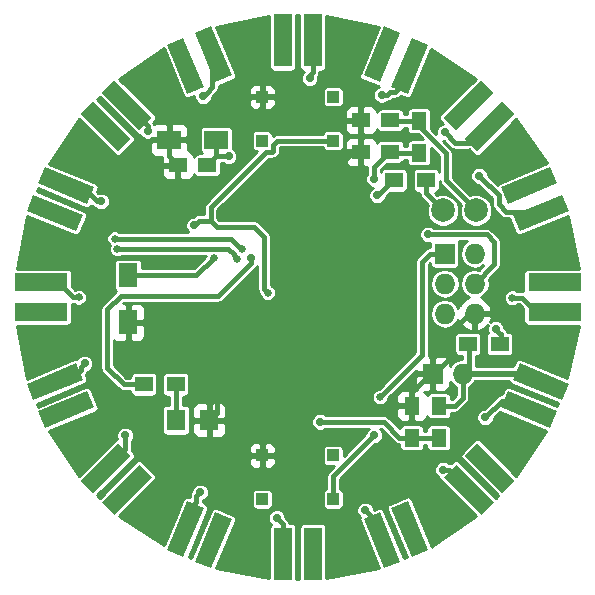
<source format=gtl>
G04 #@! TF.FileFunction,Copper,L1,Top,Signal*
%FSLAX46Y46*%
G04 Gerber Fmt 4.6, Leading zero omitted, Abs format (unit mm)*
G04 Created by KiCad (PCBNEW (2015-06-11 BZR 5731)-product) date Sun 19 Jul 2015 11:24:49 PM CEST*
%MOMM*%
G01*
G04 APERTURE LIST*
%ADD10C,0.100000*%
%ADD11R,2.000000X1.600000*%
%ADD12R,1.500000X1.250000*%
%ADD13R,1.727200X1.727200*%
%ADD14O,1.727200X1.727200*%
%ADD15C,1.998980*%
%ADD16R,1.500000X1.300000*%
%ADD17R,1.300000X1.500000*%
%ADD18R,1.000760X1.000760*%
%ADD19R,1.597660X1.800860*%
%ADD20R,1.600000X2.000000*%
%ADD21R,1.500000X4.500000*%
%ADD22R,4.500000X1.500000*%
%ADD23C,0.711200*%
%ADD24C,0.635000*%
%ADD25C,0.381000*%
%ADD26C,0.508000*%
%ADD27C,0.254000*%
G04 APERTURE END LIST*
D10*
D11*
X105600000Y-68675000D03*
X101600000Y-68675000D03*
D12*
X104850000Y-70834000D03*
X102350000Y-70834000D03*
X120344000Y-69691000D03*
X117844000Y-69691000D03*
X120344000Y-67024000D03*
X117844000Y-67024000D03*
D13*
X123920000Y-88487000D03*
D14*
X126460000Y-88487000D03*
D13*
X124936000Y-78327000D03*
D14*
X127476000Y-78327000D03*
X124936000Y-80867000D03*
X127476000Y-80867000D03*
X124936000Y-83407000D03*
X127476000Y-83407000D03*
D15*
X124809000Y-74644000D03*
X127603000Y-74644000D03*
D16*
X102156000Y-89376000D03*
X99456000Y-89376000D03*
D17*
X124428000Y-93901000D03*
X124428000Y-91201000D03*
X122142000Y-91201000D03*
X122142000Y-93901000D03*
D16*
X123365000Y-72104000D03*
X120665000Y-72104000D03*
D17*
X122777000Y-67071000D03*
X122777000Y-69771000D03*
D18*
X109490260Y-95400880D03*
X115489740Y-99099120D03*
X109490260Y-99099120D03*
X115489740Y-95400880D03*
X109490260Y-65047880D03*
X115489740Y-68746120D03*
X109490260Y-68746120D03*
X115489740Y-65047880D03*
D19*
X105019860Y-92424000D03*
X102180140Y-92424000D03*
D20*
X98139000Y-84137000D03*
X98139000Y-80137000D03*
D16*
X129588000Y-85947000D03*
X126888000Y-85947000D03*
D10*
G36*
X131278671Y-76413910D02*
X130704645Y-75028091D01*
X134862103Y-73306016D01*
X135436129Y-74691835D01*
X131278671Y-76413910D01*
X131278671Y-76413910D01*
G37*
G36*
X130306655Y-74067256D02*
X129732629Y-72681437D01*
X133890087Y-70959362D01*
X134464113Y-72345181D01*
X130306655Y-74067256D01*
X130306655Y-74067256D01*
G37*
G36*
X127706938Y-69649773D02*
X126646278Y-68589113D01*
X129828258Y-65407133D01*
X130888918Y-66467793D01*
X127706938Y-69649773D01*
X127706938Y-69649773D01*
G37*
G36*
X125910887Y-67853722D02*
X124850227Y-66793062D01*
X128032207Y-63611082D01*
X129092867Y-64671742D01*
X125910887Y-67853722D01*
X125910887Y-67853722D01*
G37*
G36*
X121818563Y-64767371D02*
X120432744Y-64193345D01*
X122154819Y-60035887D01*
X123540638Y-60609913D01*
X121818563Y-64767371D01*
X121818563Y-64767371D01*
G37*
G36*
X119471909Y-63795355D02*
X118086090Y-63221329D01*
X119808165Y-59063871D01*
X121193984Y-59637897D01*
X119471909Y-63795355D01*
X119471909Y-63795355D01*
G37*
D21*
X113760000Y-60260000D03*
X111220000Y-60260000D03*
D10*
G36*
X106893910Y-63221329D02*
X105508091Y-63795355D01*
X103786016Y-59637897D01*
X105171835Y-59063871D01*
X106893910Y-63221329D01*
X106893910Y-63221329D01*
G37*
G36*
X104547256Y-64193345D02*
X103161437Y-64767371D01*
X101439362Y-60609913D01*
X102825181Y-60035887D01*
X104547256Y-64193345D01*
X104547256Y-64193345D01*
G37*
G36*
X100129773Y-66793062D02*
X99069113Y-67853722D01*
X95887133Y-64671742D01*
X96947793Y-63611082D01*
X100129773Y-66793062D01*
X100129773Y-66793062D01*
G37*
G36*
X98333722Y-68589113D02*
X97273062Y-69649773D01*
X94091082Y-66467793D01*
X95151742Y-65407133D01*
X98333722Y-68589113D01*
X98333722Y-68589113D01*
G37*
G36*
X95247371Y-72681437D02*
X94673345Y-74067256D01*
X90515887Y-72345181D01*
X91089913Y-70959362D01*
X95247371Y-72681437D01*
X95247371Y-72681437D01*
G37*
G36*
X94275355Y-75028091D02*
X93701329Y-76413910D01*
X89543871Y-74691835D01*
X90117897Y-73306016D01*
X94275355Y-75028091D01*
X94275355Y-75028091D01*
G37*
D22*
X90740000Y-80740000D03*
X90740000Y-83280000D03*
D10*
G36*
X93701329Y-87606090D02*
X94275355Y-88991909D01*
X90117897Y-90713984D01*
X89543871Y-89328165D01*
X93701329Y-87606090D01*
X93701329Y-87606090D01*
G37*
G36*
X94673345Y-89952744D02*
X95247371Y-91338563D01*
X91089913Y-93060638D01*
X90515887Y-91674819D01*
X94673345Y-89952744D01*
X94673345Y-89952744D01*
G37*
G36*
X97273062Y-94370227D02*
X98333722Y-95430887D01*
X95151742Y-98612867D01*
X94091082Y-97552207D01*
X97273062Y-94370227D01*
X97273062Y-94370227D01*
G37*
G36*
X99069113Y-96166278D02*
X100129773Y-97226938D01*
X96947793Y-100408918D01*
X95887133Y-99348258D01*
X99069113Y-96166278D01*
X99069113Y-96166278D01*
G37*
G36*
X103161437Y-99252629D02*
X104547256Y-99826655D01*
X102825181Y-103984113D01*
X101439362Y-103410087D01*
X103161437Y-99252629D01*
X103161437Y-99252629D01*
G37*
G36*
X105508091Y-100224645D02*
X106893910Y-100798671D01*
X105171835Y-104956129D01*
X103786016Y-104382103D01*
X105508091Y-100224645D01*
X105508091Y-100224645D01*
G37*
D21*
X111220000Y-103760000D03*
X113760000Y-103760000D03*
D10*
G36*
X118086090Y-100798671D02*
X119471909Y-100224645D01*
X121193984Y-104382103D01*
X119808165Y-104956129D01*
X118086090Y-100798671D01*
X118086090Y-100798671D01*
G37*
G36*
X120432744Y-99826655D02*
X121818563Y-99252629D01*
X123540638Y-103410087D01*
X122154819Y-103984113D01*
X120432744Y-99826655D01*
X120432744Y-99826655D01*
G37*
G36*
X124850227Y-97226938D02*
X125910887Y-96166278D01*
X129092867Y-99348258D01*
X128032207Y-100408918D01*
X124850227Y-97226938D01*
X124850227Y-97226938D01*
G37*
G36*
X126646278Y-95430887D02*
X127706938Y-94370227D01*
X130888918Y-97552207D01*
X129828258Y-98612867D01*
X126646278Y-95430887D01*
X126646278Y-95430887D01*
G37*
G36*
X129732629Y-91338563D02*
X130306655Y-89952744D01*
X134464113Y-91674819D01*
X133890087Y-93060638D01*
X129732629Y-91338563D01*
X129732629Y-91338563D01*
G37*
G36*
X130704645Y-88991909D02*
X131278671Y-87606090D01*
X135436129Y-89328165D01*
X134862103Y-90713984D01*
X130704645Y-88991909D01*
X130704645Y-88991909D01*
G37*
D22*
X134240000Y-83280000D03*
X134240000Y-80740000D03*
D23*
X106648000Y-70071992D03*
X129254000Y-84677000D03*
D24*
X106521010Y-75025000D03*
D23*
X104108001Y-74262999D03*
X105632000Y-84169000D03*
D24*
X107602337Y-70199019D03*
X105378010Y-78668142D03*
D23*
X118967000Y-71977000D03*
D24*
X130651000Y-82038482D03*
D23*
X134334000Y-80740000D03*
X133191000Y-80740000D03*
X134334000Y-80740000D03*
X135477000Y-80740000D03*
X134715000Y-89757000D03*
X132302000Y-88741000D03*
X130016000Y-97631000D03*
X128111000Y-95853000D03*
X122650000Y-103219000D03*
X121634000Y-100679000D03*
X126352516Y-66610640D03*
X128111000Y-64611000D03*
X131032000Y-72993000D03*
X133571137Y-71965633D03*
X133445002Y-89249000D03*
X129000000Y-96742000D03*
X122142000Y-102076000D03*
X113760000Y-104489002D03*
X113760000Y-102965000D03*
X113760000Y-105505000D03*
X105251000Y-102838004D03*
X105759000Y-101695000D03*
X104743000Y-103854000D03*
X97885000Y-98647000D03*
X98393000Y-97758000D03*
X96996000Y-99409000D03*
X92678000Y-91789000D03*
X93694000Y-91154000D03*
X91408000Y-92043000D03*
X89249000Y-83280000D03*
X91789000Y-83280000D03*
X90392000Y-83280004D03*
X91535000Y-74644000D03*
X92678000Y-75279000D03*
X90392000Y-74263000D03*
X96996000Y-68167000D03*
X103346000Y-63468000D03*
X102330000Y-60928000D03*
X111220000Y-61309000D03*
X111220000Y-58769000D03*
X111346994Y-60039000D03*
X96107001Y-67278000D03*
X95345000Y-66389000D03*
X102838000Y-62198004D03*
X119221000Y-62198000D03*
X119856002Y-61055000D03*
X120237000Y-60039000D03*
X132302000Y-72612000D03*
X127222000Y-65627000D03*
X128365000Y-92170000D03*
X124809000Y-96615000D03*
X118205000Y-100044000D03*
X110712000Y-100679000D03*
X104235000Y-98520000D03*
X97885000Y-93693998D03*
X94456000Y-87598000D03*
D24*
X93947998Y-82010000D03*
D23*
X95853000Y-73882000D03*
X99789996Y-67913000D03*
X104489000Y-64992000D03*
X113506000Y-63468000D03*
X119602000Y-64865000D03*
X124936000Y-68040000D03*
X127857000Y-71723000D03*
D24*
X97210132Y-77906132D03*
X107393422Y-78741157D03*
X107791040Y-77946000D03*
X96992751Y-77044107D03*
D23*
X119221000Y-73374000D03*
X108553000Y-78708000D03*
X123539000Y-76676000D03*
X118967000Y-93694020D03*
D24*
X119475000Y-90438990D03*
D23*
X114395000Y-92551000D03*
D24*
X109950000Y-81629010D03*
D23*
X103727000Y-75914000D03*
D25*
X105600000Y-70084000D02*
X104850000Y-70834000D01*
X105600000Y-70072000D02*
X105600000Y-70084000D01*
X105600000Y-68675000D02*
X105600000Y-70072000D01*
X105600008Y-70071992D02*
X106198988Y-70071992D01*
X105600000Y-70072000D02*
X105600008Y-70071992D01*
X106198988Y-70071992D02*
X106648000Y-70071992D01*
X129571499Y-84994499D02*
X129254000Y-84677000D01*
X129715000Y-85138000D02*
X129571499Y-84994499D01*
X129715000Y-85820000D02*
X129715000Y-85138000D01*
X123920000Y-88487000D02*
X124047000Y-88487000D01*
X125444000Y-84931000D02*
X126968000Y-83407000D01*
X124047000Y-88487000D02*
X125444000Y-87090000D01*
X125444000Y-87090000D02*
X125444000Y-84931000D01*
X126968000Y-83407000D02*
X127476000Y-83407000D01*
X117844000Y-67024000D02*
X117844000Y-69691000D01*
X122142000Y-90011000D02*
X122142000Y-91201000D01*
X123666000Y-88487000D02*
X122142000Y-90011000D01*
X123920000Y-88487000D02*
X123666000Y-88487000D01*
X122142000Y-91201000D02*
X108633000Y-91201000D01*
X107410000Y-92424000D02*
X105019860Y-92424000D01*
X108633000Y-91201000D02*
X107410000Y-92424000D01*
X101600000Y-70084000D02*
X102350000Y-70834000D01*
X101600000Y-68675000D02*
X101600000Y-70084000D01*
X103790502Y-73945500D02*
X104108001Y-74262999D01*
X102350000Y-70834000D02*
X102350000Y-72504998D01*
X102350000Y-72504998D02*
X103790502Y-73945500D01*
X111537501Y-75342499D02*
X106838509Y-75342499D01*
X117189000Y-69691000D02*
X111537501Y-75342499D01*
X106838509Y-75342499D02*
X106521010Y-75025000D01*
X117844000Y-69691000D02*
X117189000Y-69691000D01*
X105600000Y-84137000D02*
X105632000Y-84169000D01*
X98139000Y-84137000D02*
X105600000Y-84137000D01*
X105632000Y-84804000D02*
X105632000Y-84169000D01*
X105632000Y-91811860D02*
X105632000Y-84804000D01*
X105019860Y-92424000D02*
X105632000Y-91811860D01*
X107537000Y-92424000D02*
X105019860Y-92424000D01*
X109490260Y-94377260D02*
X107537000Y-92424000D01*
X109490260Y-95400880D02*
X109490260Y-94377260D01*
X107602337Y-67817183D02*
X107602337Y-69750007D01*
X107602337Y-69750007D02*
X107602337Y-70199019D01*
X109490260Y-65929260D02*
X107602337Y-67817183D01*
X109490260Y-65047880D02*
X109490260Y-65929260D01*
X98139000Y-80137000D02*
X103911786Y-80137000D01*
X105378010Y-78668142D02*
X103911786Y-80134366D01*
X103911786Y-80134366D02*
X103911786Y-80137000D01*
X118967000Y-70943000D02*
X118967000Y-71527988D01*
X120219000Y-69691000D02*
X118967000Y-70943000D01*
X120344000Y-69691000D02*
X120219000Y-69691000D01*
X118967000Y-71527988D02*
X118967000Y-71977000D01*
X122777000Y-69771000D02*
X120424000Y-69771000D01*
X120424000Y-69771000D02*
X120344000Y-69691000D01*
X120424000Y-69771000D02*
X120344000Y-69691000D01*
X120344000Y-69691000D02*
X120237000Y-69691000D01*
X120391000Y-67071000D02*
X120344000Y-67024000D01*
X122777000Y-67071000D02*
X120391000Y-67071000D01*
X125063000Y-69818000D02*
X125063000Y-72104000D01*
X125063000Y-72104000D02*
X127603000Y-74644000D01*
X122777000Y-67532000D02*
X125063000Y-69818000D01*
X122777000Y-67071000D02*
X122777000Y-67532000D01*
X131498482Y-82038482D02*
X130651000Y-82038482D01*
X134490000Y-83280000D02*
X132740000Y-83280000D01*
X132740000Y-83280000D02*
X131498482Y-82038482D01*
D26*
X132532649Y-88487000D02*
X133301357Y-89255708D01*
X126460000Y-88487000D02*
X132532649Y-88487000D01*
D25*
X126460000Y-90519000D02*
X125778000Y-91201000D01*
X125778000Y-91201000D02*
X124428000Y-91201000D01*
X126460000Y-88487000D02*
X126460000Y-90519000D01*
X127015000Y-87932000D02*
X126460000Y-88487000D01*
X127015000Y-85820000D02*
X127015000Y-87932000D01*
X133191000Y-80740000D02*
X134334000Y-80740000D01*
X134490000Y-80740000D02*
X134334000Y-80740000D01*
X126257876Y-66516000D02*
X126352516Y-66610640D01*
X126206000Y-66516000D02*
X126257876Y-66516000D01*
X130905000Y-72993000D02*
X131032000Y-72993000D01*
D27*
X133308065Y-89249000D02*
X133445002Y-89249000D01*
D25*
X134715000Y-89757000D02*
X134207000Y-89249000D01*
X134207000Y-89249000D02*
X133894014Y-89249000D01*
X133894014Y-89249000D02*
X133445002Y-89249000D01*
D27*
X133301357Y-89255708D02*
X133308065Y-89249000D01*
X129000000Y-96723948D02*
X129000000Y-96742000D01*
D25*
X130016000Y-97631000D02*
X129127000Y-96742000D01*
X129127000Y-96742000D02*
X129000000Y-96742000D01*
D27*
X128944375Y-96668323D02*
X129000000Y-96723948D01*
D25*
X122459499Y-102393499D02*
X122142000Y-102076000D01*
D27*
X122142000Y-101908979D02*
X122142000Y-102076000D01*
D25*
X122650000Y-102584000D02*
X122459499Y-102393499D01*
X122650000Y-103219000D02*
X122650000Y-102584000D01*
D27*
X122082362Y-101849341D02*
X122142000Y-101908979D01*
X113760000Y-104010000D02*
X113760000Y-104489002D01*
D25*
X105251004Y-102202996D02*
X105759000Y-101695000D01*
X105251004Y-102965000D02*
X105251004Y-102202996D01*
X97831677Y-98464375D02*
X97885000Y-98517698D01*
X97885000Y-98517698D02*
X97885000Y-98647000D01*
X97885000Y-98266000D02*
X98393000Y-97758000D01*
X97885000Y-98647000D02*
X97885000Y-98266000D01*
X92678000Y-91629703D02*
X92678000Y-91789000D01*
X92650659Y-91602362D02*
X92678000Y-91629703D01*
X93059000Y-91789000D02*
X93694000Y-91154000D01*
X92678000Y-91789000D02*
X93059000Y-91789000D01*
X90490000Y-83280000D02*
X90646000Y-83436000D01*
X89249000Y-83280000D02*
X90265000Y-83280000D01*
X90646000Y-83661000D02*
X90646000Y-83719988D01*
X90646000Y-83436000D02*
X90646000Y-83719988D01*
X90646000Y-83719988D02*
X90709499Y-83656489D01*
X90709499Y-83656489D02*
X90709499Y-83597503D01*
X90265000Y-83280000D02*
X90646000Y-83661000D01*
X90709499Y-83597503D02*
X90392000Y-83280004D01*
X91678643Y-74764292D02*
X91558351Y-74644000D01*
X91558351Y-74644000D02*
X91535000Y-74644000D01*
X92043000Y-74644000D02*
X92678000Y-75279000D01*
X91535000Y-74644000D02*
X92043000Y-74644000D01*
X102897638Y-63019638D02*
X103346000Y-63468000D01*
X102897638Y-62170659D02*
X102897638Y-63019638D01*
X111317994Y-60010000D02*
X111346994Y-60039000D01*
X111220000Y-60010000D02*
X111317994Y-60010000D01*
X111220000Y-61309000D02*
X111220000Y-60165994D01*
X111220000Y-60165994D02*
X111346994Y-60039000D01*
X96035625Y-67351677D02*
X96107001Y-67280301D01*
X96107001Y-67280301D02*
X96107001Y-67278000D01*
X96996000Y-68167000D02*
X96424500Y-67595499D01*
X96424500Y-67595499D02*
X96107001Y-67278000D01*
X102897638Y-62170659D02*
X102870293Y-62198004D01*
X102870293Y-62198004D02*
X102838000Y-62198004D01*
X119735708Y-61198643D02*
X119856002Y-61078349D01*
X119856002Y-61078349D02*
X119856002Y-61055000D01*
X119856002Y-60419998D02*
X120237000Y-60039000D01*
X119856002Y-61055000D02*
X119856002Y-60419998D01*
X132329341Y-72417638D02*
X132302000Y-72444979D01*
X132302000Y-72444979D02*
X132302000Y-72612000D01*
X127148323Y-65555625D02*
X127219698Y-65627000D01*
X127219698Y-65627000D02*
X127222000Y-65627000D01*
X128365000Y-92170000D02*
X129762000Y-90773000D01*
X131499979Y-90773000D02*
X132329341Y-91602362D01*
X129762000Y-90773000D02*
X131499979Y-90773000D01*
X125298948Y-96615000D02*
X127148323Y-98464375D01*
X124809000Y-96615000D02*
X125298948Y-96615000D01*
X119735708Y-101574708D02*
X118205000Y-100044000D01*
X119735708Y-102821357D02*
X119735708Y-101574708D01*
X111220000Y-101187000D02*
X110712000Y-100679000D01*
X111220000Y-104010000D02*
X111220000Y-101187000D01*
X103917501Y-98837499D02*
X104235000Y-98520000D01*
X103917501Y-99345499D02*
X103917501Y-98837499D01*
X102897638Y-100365362D02*
X103917501Y-99345499D01*
X102897638Y-101849341D02*
X102897638Y-100365362D01*
X96035625Y-96668323D02*
X97885000Y-94818948D01*
X97885000Y-94818948D02*
X97885000Y-94143010D01*
X97885000Y-94143010D02*
X97885000Y-93693998D01*
X93052294Y-89255708D02*
X91678643Y-89255708D01*
X94138501Y-88169501D02*
X93052294Y-89255708D01*
X94138501Y-87915499D02*
X94138501Y-88169501D01*
X94456000Y-87598000D02*
X94138501Y-87915499D01*
X90490000Y-80740000D02*
X92240000Y-80740000D01*
X93510000Y-82010000D02*
X94075000Y-82010000D01*
X92240000Y-80740000D02*
X93510000Y-82010000D01*
X94075000Y-82010000D02*
X93947998Y-82010000D01*
X95472000Y-73882000D02*
X95853000Y-73882000D01*
X94964000Y-73374000D02*
X95472000Y-73882000D01*
X93607021Y-73374000D02*
X94964000Y-73374000D01*
X92650659Y-72417638D02*
X93607021Y-73374000D01*
X97831677Y-65555625D02*
X99789996Y-67513944D01*
X99789996Y-67513944D02*
X99789996Y-67913000D01*
X104806499Y-64674501D02*
X104489000Y-64992000D01*
X105244292Y-61198643D02*
X105244292Y-64236708D01*
X105244292Y-64236708D02*
X104806499Y-64674501D01*
X113760000Y-60010000D02*
X113760000Y-62960000D01*
X113442501Y-63277499D02*
X113442501Y-63404501D01*
X113760000Y-62960000D02*
X113442501Y-63277499D01*
X113442501Y-63404501D02*
X113506000Y-63468000D01*
X120745000Y-64611000D02*
X122082362Y-63273638D01*
X122082362Y-63273638D02*
X122082362Y-62170659D01*
X120305012Y-64611000D02*
X120745000Y-64611000D01*
X119602000Y-64865000D02*
X120051012Y-64865000D01*
X120051012Y-64865000D02*
X120305012Y-64611000D01*
X125825000Y-68929000D02*
X124936000Y-68040000D01*
X126968000Y-68929000D02*
X125825000Y-68929000D01*
X128545323Y-67351677D02*
X126968000Y-68929000D01*
X128944375Y-67351677D02*
X128545323Y-67351677D01*
X133301357Y-74764292D02*
X130136292Y-74764292D01*
X130136292Y-74764292D02*
X129508000Y-74136000D01*
X129508000Y-74136000D02*
X129508000Y-73374000D01*
X129508000Y-73374000D02*
X127857000Y-71723000D01*
X102180140Y-89400140D02*
X102156000Y-89376000D01*
X102180140Y-92424000D02*
X102180140Y-89400140D01*
X107075923Y-78423658D02*
X107393422Y-78741157D01*
X107075923Y-78373923D02*
X107075923Y-78423658D01*
X106608132Y-77906132D02*
X107075923Y-78373923D01*
X97210132Y-77906132D02*
X106608132Y-77906132D01*
X96992751Y-77044107D02*
X106889147Y-77044107D01*
X107473541Y-77628501D02*
X107791040Y-77946000D01*
X106889147Y-77044107D02*
X107473541Y-77628501D01*
X119295000Y-73374000D02*
X119221000Y-73374000D01*
X119295000Y-73374000D02*
X120565000Y-72104000D01*
X120665000Y-72104000D02*
X120565000Y-72104000D01*
X99456000Y-89376000D02*
X97758000Y-89376000D01*
X108553000Y-79089000D02*
X108553000Y-78708000D01*
X97504000Y-81883000D02*
X105759000Y-81883000D01*
X96361000Y-83026000D02*
X97504000Y-81883000D01*
X96361000Y-87979000D02*
X96361000Y-83026000D01*
X105759000Y-81883000D02*
X108553000Y-79089000D01*
X97758000Y-89376000D02*
X96361000Y-87979000D01*
X123988012Y-76676000D02*
X123539000Y-76676000D01*
X128492000Y-76676000D02*
X123988012Y-76676000D01*
X129127000Y-77311000D02*
X128492000Y-76676000D01*
X129127000Y-79216000D02*
X129127000Y-77311000D01*
X127476000Y-80867000D02*
X129127000Y-79216000D01*
X123031000Y-78987400D02*
X123031000Y-86882990D01*
X123031000Y-86882990D02*
X119475000Y-90438990D01*
X124936000Y-78327000D02*
X123691400Y-78327000D01*
X123691400Y-78327000D02*
X123031000Y-78987400D01*
X118649501Y-94011519D02*
X118967000Y-93694020D01*
X115489740Y-97171280D02*
X118649501Y-94011519D01*
X115489740Y-99099120D02*
X115489740Y-97171280D01*
X114844012Y-92551000D02*
X114395000Y-92551000D01*
X119761000Y-92551000D02*
X114844012Y-92551000D01*
X121111000Y-93901000D02*
X119761000Y-92551000D01*
X122142000Y-93901000D02*
X121111000Y-93901000D01*
X124428000Y-93901000D02*
X122142000Y-93901000D01*
X109632501Y-76866501D02*
X108807010Y-76041010D01*
X109632501Y-81311511D02*
X109632501Y-76866501D01*
X109950000Y-81629010D02*
X109632501Y-81311511D01*
X106521001Y-76041001D02*
X105632001Y-76041001D01*
X106521010Y-76041010D02*
X106521001Y-76041001D01*
X108807010Y-76041010D02*
X106521010Y-76041010D01*
X105632001Y-76041001D02*
X105124000Y-75533000D01*
X105124000Y-74390000D02*
X105124000Y-74771000D01*
X105124000Y-74771000D02*
X105124000Y-75533000D01*
X110346241Y-69691001D02*
X109822999Y-69691001D01*
X110435141Y-69602101D02*
X110346241Y-69691001D01*
X109822999Y-69691001D02*
X105124000Y-74390000D01*
X110435141Y-69078859D02*
X110435141Y-69602101D01*
X110767880Y-68746120D02*
X110435141Y-69078859D01*
X115489740Y-68746120D02*
X110767880Y-68746120D01*
X105124000Y-75533000D02*
X104108000Y-75533000D01*
X104108000Y-75533000D02*
X104044499Y-75596501D01*
X104044499Y-75596501D02*
X103727000Y-75914000D01*
X123365000Y-73200000D02*
X124809000Y-74644000D01*
X123365000Y-72104000D02*
X123365000Y-73200000D01*
D27*
G36*
X136290148Y-79601536D02*
X131990000Y-79601536D01*
X131844726Y-79629722D01*
X131717044Y-79713596D01*
X131631574Y-79840216D01*
X131601536Y-79990000D01*
X131601536Y-81487480D01*
X131498482Y-81466981D01*
X131498476Y-81466982D01*
X131067463Y-81466982D01*
X131047185Y-81446668D01*
X130790550Y-81340104D01*
X130512669Y-81339861D01*
X130255849Y-81445978D01*
X130059186Y-81642297D01*
X129952622Y-81898932D01*
X129952379Y-82176813D01*
X130058496Y-82433633D01*
X130254815Y-82630296D01*
X130511450Y-82736860D01*
X130789331Y-82737103D01*
X131046151Y-82630986D01*
X131067191Y-82609982D01*
X131261758Y-82609982D01*
X131601536Y-82949759D01*
X131601536Y-84030000D01*
X131629722Y-84175274D01*
X131713596Y-84302956D01*
X131840216Y-84388426D01*
X131990000Y-84418464D01*
X136280337Y-84418464D01*
X135306667Y-88854069D01*
X131427330Y-87247196D01*
X131282328Y-87217643D01*
X131132268Y-87246270D01*
X131004849Y-87330544D01*
X130919777Y-87457431D01*
X130756340Y-87852000D01*
X130726464Y-87852000D01*
X130726464Y-86597000D01*
X130726464Y-85297000D01*
X130698278Y-85151726D01*
X130614404Y-85024044D01*
X130487784Y-84938574D01*
X130338000Y-84908536D01*
X130235807Y-84908536D01*
X130119112Y-84733888D01*
X130119108Y-84733885D01*
X129990663Y-84605439D01*
X129990728Y-84531124D01*
X129878823Y-84260295D01*
X129698501Y-84079657D01*
X129698501Y-79216000D01*
X129698500Y-79215994D01*
X129698500Y-77311005D01*
X129698500Y-77311000D01*
X129698501Y-77311000D01*
X129654998Y-77092297D01*
X129654997Y-77092296D01*
X129613889Y-77030774D01*
X129531112Y-76906889D01*
X129531112Y-76906888D01*
X129531108Y-76906885D01*
X128896112Y-76271888D01*
X128710704Y-76148003D01*
X128674417Y-76140785D01*
X128492000Y-76104499D01*
X128491994Y-76104500D01*
X124009298Y-76104500D01*
X123956795Y-76051905D01*
X123686162Y-75939528D01*
X123393124Y-75939272D01*
X123122295Y-76051177D01*
X122914905Y-76258205D01*
X122802528Y-76528838D01*
X122802272Y-76821876D01*
X122914177Y-77092705D01*
X123121205Y-77300095D01*
X123391838Y-77412472D01*
X123684876Y-77412728D01*
X123694931Y-77408573D01*
X123683936Y-77463400D01*
X123683936Y-77756983D01*
X123472697Y-77799002D01*
X123411174Y-77840110D01*
X123287288Y-77922888D01*
X123287285Y-77922891D01*
X122626888Y-78583288D01*
X122503003Y-78768696D01*
X122495785Y-78804982D01*
X122459499Y-78987400D01*
X122459500Y-78987405D01*
X122459500Y-86646266D01*
X119365371Y-89740394D01*
X119336669Y-89740369D01*
X119079849Y-89846486D01*
X118883186Y-90042805D01*
X118776622Y-90299440D01*
X118776379Y-90577321D01*
X118882496Y-90834141D01*
X119078815Y-91030804D01*
X119335450Y-91137368D01*
X119613331Y-91137611D01*
X119870151Y-91031494D01*
X120066814Y-90835175D01*
X120173378Y-90578540D01*
X120173403Y-90548809D01*
X122471181Y-88251031D01*
X122580150Y-88360000D01*
X123793000Y-88360000D01*
X123793000Y-87147150D01*
X123634250Y-86988400D01*
X123581532Y-86988400D01*
X123602500Y-86882990D01*
X123602500Y-79224123D01*
X123683936Y-79142687D01*
X123683936Y-79190600D01*
X123712122Y-79335874D01*
X123795996Y-79463556D01*
X123922616Y-79549026D01*
X124072400Y-79579064D01*
X125799600Y-79579064D01*
X125944874Y-79550878D01*
X126072556Y-79467004D01*
X126158026Y-79340384D01*
X126188064Y-79190600D01*
X126188064Y-77463400D01*
X126159878Y-77318126D01*
X126113483Y-77247500D01*
X126870027Y-77247500D01*
X126571552Y-77446935D01*
X126301757Y-77850712D01*
X126207017Y-78327000D01*
X126301757Y-78803288D01*
X126571552Y-79207065D01*
X126975329Y-79476860D01*
X127451617Y-79571600D01*
X127500383Y-79571600D01*
X127976671Y-79476860D01*
X128221518Y-79313258D01*
X127844022Y-79690754D01*
X127500383Y-79622400D01*
X127451617Y-79622400D01*
X126975329Y-79717140D01*
X126571552Y-79986935D01*
X126301757Y-80390712D01*
X126207017Y-80867000D01*
X126301757Y-81343288D01*
X126571552Y-81747065D01*
X126975329Y-82016860D01*
X126977661Y-82017323D01*
X126587510Y-82200179D01*
X126204983Y-82619266D01*
X126204983Y-80867000D01*
X126110243Y-80390712D01*
X125840448Y-79986935D01*
X125436671Y-79717140D01*
X124960383Y-79622400D01*
X124911617Y-79622400D01*
X124435329Y-79717140D01*
X124031552Y-79986935D01*
X123761757Y-80390712D01*
X123667017Y-80867000D01*
X123761757Y-81343288D01*
X124031552Y-81747065D01*
X124435329Y-82016860D01*
X124911617Y-82111600D01*
X124960383Y-82111600D01*
X125436671Y-82016860D01*
X125840448Y-81747065D01*
X126110243Y-81343288D01*
X126204983Y-80867000D01*
X126204983Y-82619266D01*
X126193312Y-82632053D01*
X126085159Y-82893171D01*
X125840448Y-82526935D01*
X125436671Y-82257140D01*
X124960383Y-82162400D01*
X124911617Y-82162400D01*
X124435329Y-82257140D01*
X124031552Y-82526935D01*
X123761757Y-82930712D01*
X123667017Y-83407000D01*
X123761757Y-83883288D01*
X124031552Y-84287065D01*
X124435329Y-84556860D01*
X124911617Y-84651600D01*
X124960383Y-84651600D01*
X125436671Y-84556860D01*
X125840448Y-84287065D01*
X126085159Y-83920828D01*
X126193312Y-84181947D01*
X126587510Y-84613821D01*
X127116973Y-84861968D01*
X127349000Y-84741469D01*
X127349000Y-83534000D01*
X127329000Y-83534000D01*
X127329000Y-83280000D01*
X127349000Y-83280000D01*
X127349000Y-83260000D01*
X127603000Y-83260000D01*
X127603000Y-83280000D01*
X128809817Y-83280000D01*
X128930958Y-83047974D01*
X128758688Y-82632053D01*
X128364490Y-82200179D01*
X127974338Y-82017323D01*
X127976671Y-82016860D01*
X128380448Y-81747065D01*
X128650243Y-81343288D01*
X128744983Y-80867000D01*
X128668537Y-80482685D01*
X129531108Y-79620114D01*
X129531112Y-79620112D01*
X129531112Y-79620111D01*
X129613889Y-79496226D01*
X129654997Y-79434704D01*
X129654998Y-79434703D01*
X129698500Y-79216000D01*
X129698501Y-79216000D01*
X129698501Y-84079657D01*
X129671795Y-84052905D01*
X129401162Y-83940528D01*
X129108124Y-83940272D01*
X128837295Y-84052177D01*
X128794914Y-84094483D01*
X128930958Y-83766026D01*
X128809817Y-83534000D01*
X127603000Y-83534000D01*
X127603000Y-84741469D01*
X127835027Y-84861968D01*
X128364490Y-84613821D01*
X128581276Y-84376314D01*
X128517528Y-84529838D01*
X128517272Y-84822876D01*
X128591726Y-85003068D01*
X128565044Y-85020596D01*
X128479574Y-85147216D01*
X128449536Y-85297000D01*
X128449536Y-86597000D01*
X128477722Y-86742274D01*
X128561596Y-86869956D01*
X128688216Y-86955426D01*
X128838000Y-86985464D01*
X130338000Y-86985464D01*
X130483274Y-86957278D01*
X130610956Y-86873404D01*
X130696426Y-86746784D01*
X130726464Y-86597000D01*
X130726464Y-87852000D01*
X127586500Y-87852000D01*
X127586500Y-86985464D01*
X127638000Y-86985464D01*
X127783274Y-86957278D01*
X127910956Y-86873404D01*
X127996426Y-86746784D01*
X128026464Y-86597000D01*
X128026464Y-85297000D01*
X127998278Y-85151726D01*
X127914404Y-85024044D01*
X127787784Y-84938574D01*
X127638000Y-84908536D01*
X126138000Y-84908536D01*
X125992726Y-84936722D01*
X125865044Y-85020596D01*
X125779574Y-85147216D01*
X125749536Y-85297000D01*
X125749536Y-86597000D01*
X125777722Y-86742274D01*
X125861596Y-86869956D01*
X125988216Y-86955426D01*
X126138000Y-86985464D01*
X126443500Y-86985464D01*
X126443500Y-87242400D01*
X126435617Y-87242400D01*
X125959329Y-87337140D01*
X125555552Y-87606935D01*
X125418600Y-87811898D01*
X125418600Y-87749709D01*
X125418600Y-87497090D01*
X125321927Y-87263701D01*
X125143298Y-87085073D01*
X124909909Y-86988400D01*
X124205750Y-86988400D01*
X124047000Y-87147150D01*
X124047000Y-88360000D01*
X124067000Y-88360000D01*
X124067000Y-88614000D01*
X124047000Y-88614000D01*
X124047000Y-89826850D01*
X124205750Y-89985600D01*
X124909909Y-89985600D01*
X125143298Y-89888927D01*
X125321927Y-89710299D01*
X125418600Y-89476910D01*
X125418600Y-89224291D01*
X125418600Y-89162101D01*
X125555552Y-89367065D01*
X125888500Y-89589533D01*
X125888500Y-90282276D01*
X125541276Y-90629500D01*
X125466464Y-90629500D01*
X125466464Y-90451000D01*
X125438278Y-90305726D01*
X125354404Y-90178044D01*
X125227784Y-90092574D01*
X125078000Y-90062536D01*
X123778000Y-90062536D01*
X123632726Y-90090722D01*
X123505044Y-90174596D01*
X123419574Y-90301216D01*
X123418824Y-90304953D01*
X123330327Y-90091302D01*
X123224625Y-89985600D01*
X123634250Y-89985600D01*
X123793000Y-89826850D01*
X123793000Y-88614000D01*
X122580150Y-88614000D01*
X122421400Y-88772750D01*
X122421400Y-89224291D01*
X122421400Y-89476910D01*
X122518073Y-89710299D01*
X122623774Y-89816000D01*
X122427750Y-89816000D01*
X122269000Y-89974750D01*
X122269000Y-91074000D01*
X122289000Y-91074000D01*
X122289000Y-91328000D01*
X122269000Y-91328000D01*
X122269000Y-92427250D01*
X122427750Y-92586000D01*
X122665691Y-92586000D01*
X122918310Y-92586000D01*
X123151699Y-92489327D01*
X123330327Y-92310698D01*
X123418594Y-92097601D01*
X123501596Y-92223956D01*
X123628216Y-92309426D01*
X123778000Y-92339464D01*
X125078000Y-92339464D01*
X125223274Y-92311278D01*
X125350956Y-92227404D01*
X125436426Y-92100784D01*
X125466464Y-91951000D01*
X125466464Y-91772500D01*
X125777994Y-91772500D01*
X125778000Y-91772501D01*
X125778000Y-91772500D01*
X125960417Y-91736214D01*
X125996703Y-91728997D01*
X125996704Y-91728997D01*
X126182112Y-91605112D01*
X126864108Y-90923114D01*
X126864112Y-90923112D01*
X126864112Y-90923111D01*
X126946889Y-90799226D01*
X126987997Y-90737704D01*
X126987998Y-90737703D01*
X127031500Y-90519000D01*
X127031501Y-90519000D01*
X127031500Y-90518994D01*
X127031500Y-89589533D01*
X127364448Y-89367065D01*
X127528195Y-89122000D01*
X130341712Y-89122000D01*
X130344825Y-89138313D01*
X130429099Y-89265731D01*
X130555986Y-89350803D01*
X134516324Y-90991228D01*
X134418615Y-91235502D01*
X130455314Y-89593850D01*
X130310312Y-89564297D01*
X130160252Y-89592924D01*
X130032833Y-89677198D01*
X129947761Y-89804085D01*
X129783146Y-90201500D01*
X129762000Y-90201500D01*
X129543296Y-90245003D01*
X129357888Y-90368888D01*
X129357885Y-90368891D01*
X128293439Y-91433336D01*
X128219124Y-91433272D01*
X127948295Y-91545177D01*
X127740905Y-91752205D01*
X127628528Y-92022838D01*
X127628272Y-92315876D01*
X127740177Y-92586705D01*
X127947205Y-92794095D01*
X128217838Y-92906472D01*
X128510876Y-92906728D01*
X128781705Y-92794823D01*
X128989095Y-92587795D01*
X129101472Y-92317162D01*
X129101537Y-92241685D01*
X129627666Y-91715556D01*
X133502222Y-93320449D01*
X131005655Y-97119572D01*
X127981624Y-94095541D01*
X127858969Y-94012748D01*
X127709376Y-93981770D01*
X127559406Y-94010868D01*
X127432252Y-94095541D01*
X126371592Y-95156201D01*
X126288799Y-95278856D01*
X126257821Y-95428449D01*
X126286919Y-95578419D01*
X126371592Y-95705573D01*
X129447706Y-98781687D01*
X129261687Y-98967706D01*
X126185573Y-95891592D01*
X126062918Y-95808799D01*
X125913325Y-95777821D01*
X125763355Y-95806919D01*
X125636201Y-95891592D01*
X125466464Y-96061328D01*
X125466464Y-94651000D01*
X125466464Y-93151000D01*
X125438278Y-93005726D01*
X125354404Y-92878044D01*
X125227784Y-92792574D01*
X125078000Y-92762536D01*
X123778000Y-92762536D01*
X123632726Y-92790722D01*
X123505044Y-92874596D01*
X123419574Y-93001216D01*
X123389536Y-93151000D01*
X123389536Y-93329500D01*
X123180464Y-93329500D01*
X123180464Y-93151000D01*
X123152278Y-93005726D01*
X123068404Y-92878044D01*
X122941784Y-92792574D01*
X122792000Y-92762536D01*
X122015000Y-92762536D01*
X122015000Y-92427250D01*
X122015000Y-91328000D01*
X122015000Y-91074000D01*
X122015000Y-89974750D01*
X121856250Y-89816000D01*
X121618309Y-89816000D01*
X121365690Y-89816000D01*
X121132301Y-89912673D01*
X120953673Y-90091302D01*
X120857000Y-90324691D01*
X120857000Y-90915250D01*
X121015750Y-91074000D01*
X122015000Y-91074000D01*
X122015000Y-91328000D01*
X121015750Y-91328000D01*
X120857000Y-91486750D01*
X120857000Y-92077309D01*
X120953673Y-92310698D01*
X121132301Y-92489327D01*
X121365690Y-92586000D01*
X121618309Y-92586000D01*
X121856250Y-92586000D01*
X122015000Y-92427250D01*
X122015000Y-92762536D01*
X121492000Y-92762536D01*
X121346726Y-92790722D01*
X121219044Y-92874596D01*
X121133574Y-93001216D01*
X121114508Y-93096285D01*
X120165112Y-92146888D01*
X119979704Y-92023003D01*
X119943417Y-92015785D01*
X119761000Y-91979499D01*
X119760994Y-91979500D01*
X117717000Y-91979500D01*
X117717000Y-70792250D01*
X117717000Y-69818000D01*
X117717000Y-69564000D01*
X117717000Y-68589750D01*
X117717000Y-68125250D01*
X117717000Y-67151000D01*
X117717000Y-66897000D01*
X117717000Y-65922750D01*
X117558250Y-65764000D01*
X116967691Y-65764000D01*
X116734302Y-65860673D01*
X116555673Y-66039301D01*
X116459000Y-66272690D01*
X116459000Y-66525309D01*
X116459000Y-66738250D01*
X116617750Y-66897000D01*
X117717000Y-66897000D01*
X117717000Y-67151000D01*
X116617750Y-67151000D01*
X116459000Y-67309750D01*
X116459000Y-67522691D01*
X116459000Y-67775310D01*
X116555673Y-68008699D01*
X116734302Y-68187327D01*
X116967691Y-68284000D01*
X117558250Y-68284000D01*
X117717000Y-68125250D01*
X117717000Y-68589750D01*
X117558250Y-68431000D01*
X116967691Y-68431000D01*
X116734302Y-68527673D01*
X116555673Y-68706301D01*
X116459000Y-68939690D01*
X116459000Y-69192309D01*
X116459000Y-69405250D01*
X116617750Y-69564000D01*
X117717000Y-69564000D01*
X117717000Y-69818000D01*
X116617750Y-69818000D01*
X116459000Y-69976750D01*
X116459000Y-70189691D01*
X116459000Y-70442310D01*
X116555673Y-70675699D01*
X116734302Y-70854327D01*
X116967691Y-70951000D01*
X117558250Y-70951000D01*
X117717000Y-70792250D01*
X117717000Y-91979500D01*
X116378584Y-91979500D01*
X116378584Y-69246500D01*
X116378584Y-68245740D01*
X116378584Y-65548260D01*
X116378584Y-64547500D01*
X116350398Y-64402226D01*
X116266524Y-64274544D01*
X116139904Y-64189074D01*
X115990120Y-64159036D01*
X114989360Y-64159036D01*
X114844086Y-64187222D01*
X114716404Y-64271096D01*
X114630934Y-64397716D01*
X114600896Y-64547500D01*
X114600896Y-65548260D01*
X114629082Y-65693534D01*
X114712956Y-65821216D01*
X114839576Y-65906686D01*
X114989360Y-65936724D01*
X115990120Y-65936724D01*
X116135394Y-65908538D01*
X116263076Y-65824664D01*
X116348546Y-65698044D01*
X116378584Y-65548260D01*
X116378584Y-68245740D01*
X116350398Y-68100466D01*
X116266524Y-67972784D01*
X116139904Y-67887314D01*
X115990120Y-67857276D01*
X114989360Y-67857276D01*
X114844086Y-67885462D01*
X114716404Y-67969336D01*
X114630934Y-68095956D01*
X114615158Y-68174620D01*
X110767885Y-68174620D01*
X110767880Y-68174619D01*
X110625640Y-68202912D01*
X110625640Y-65674570D01*
X110625640Y-65421951D01*
X110625640Y-65333630D01*
X110625640Y-64762130D01*
X110625640Y-64673809D01*
X110625640Y-64421190D01*
X110528967Y-64187801D01*
X110350338Y-64009173D01*
X110116949Y-63912500D01*
X109776010Y-63912500D01*
X109617260Y-64071250D01*
X109617260Y-64920880D01*
X110466890Y-64920880D01*
X110625640Y-64762130D01*
X110625640Y-65333630D01*
X110466890Y-65174880D01*
X109617260Y-65174880D01*
X109617260Y-66024510D01*
X109776010Y-66183260D01*
X110116949Y-66183260D01*
X110350338Y-66086587D01*
X110528967Y-65907959D01*
X110625640Y-65674570D01*
X110625640Y-68202912D01*
X110585462Y-68210905D01*
X110549176Y-68218123D01*
X110379104Y-68331760D01*
X110379104Y-68245740D01*
X110350918Y-68100466D01*
X110267044Y-67972784D01*
X110140424Y-67887314D01*
X109990640Y-67857276D01*
X109363260Y-67857276D01*
X109363260Y-66024510D01*
X109363260Y-65174880D01*
X109363260Y-64920880D01*
X109363260Y-64071250D01*
X109204510Y-63912500D01*
X108863571Y-63912500D01*
X108630182Y-64009173D01*
X108451553Y-64187801D01*
X108354880Y-64421190D01*
X108354880Y-64673809D01*
X108354880Y-64762130D01*
X108513630Y-64920880D01*
X109363260Y-64920880D01*
X109363260Y-65174880D01*
X108513630Y-65174880D01*
X108354880Y-65333630D01*
X108354880Y-65421951D01*
X108354880Y-65674570D01*
X108451553Y-65907959D01*
X108630182Y-66086587D01*
X108863571Y-66183260D01*
X109204510Y-66183260D01*
X109363260Y-66024510D01*
X109363260Y-67857276D01*
X108989880Y-67857276D01*
X108844606Y-67885462D01*
X108716924Y-67969336D01*
X108631454Y-68095956D01*
X108601416Y-68245740D01*
X108601416Y-69246500D01*
X108629602Y-69391774D01*
X108713476Y-69519456D01*
X108840096Y-69604926D01*
X108989880Y-69634964D01*
X109070812Y-69634964D01*
X107384728Y-71321048D01*
X107384728Y-69926116D01*
X107272823Y-69655287D01*
X107065795Y-69447897D01*
X106988464Y-69415786D01*
X106988464Y-67875000D01*
X106960278Y-67729726D01*
X106876404Y-67602044D01*
X106749784Y-67516574D01*
X106600000Y-67486536D01*
X104600000Y-67486536D01*
X104454726Y-67514722D01*
X104327044Y-67598596D01*
X104241574Y-67725216D01*
X104211536Y-67875000D01*
X104211536Y-69475000D01*
X104239722Y-69620274D01*
X104323596Y-69747956D01*
X104431120Y-69820536D01*
X104100000Y-69820536D01*
X103954726Y-69848722D01*
X103827044Y-69932596D01*
X103741574Y-70059216D01*
X103735000Y-70091997D01*
X103735000Y-70082690D01*
X103638327Y-69849301D01*
X103459698Y-69670673D01*
X103235000Y-69577599D01*
X103235000Y-69348691D01*
X103235000Y-68960750D01*
X103235000Y-68389250D01*
X103235000Y-68001309D01*
X103235000Y-67748690D01*
X103138327Y-67515301D01*
X102959698Y-67336673D01*
X102726309Y-67240000D01*
X101885750Y-67240000D01*
X101727000Y-67398750D01*
X101727000Y-68548000D01*
X103076250Y-68548000D01*
X103235000Y-68389250D01*
X103235000Y-68960750D01*
X103076250Y-68802000D01*
X101727000Y-68802000D01*
X101727000Y-68822000D01*
X101473000Y-68822000D01*
X101473000Y-68802000D01*
X100123750Y-68802000D01*
X99965000Y-68960750D01*
X99965000Y-69348691D01*
X99965000Y-69601310D01*
X100061673Y-69834699D01*
X100240302Y-70013327D01*
X100473691Y-70110000D01*
X100965000Y-70110000D01*
X100965000Y-70335309D01*
X100965000Y-70548250D01*
X101123750Y-70707000D01*
X102223000Y-70707000D01*
X102223000Y-70687000D01*
X102477000Y-70687000D01*
X102477000Y-70707000D01*
X102497000Y-70707000D01*
X102497000Y-70961000D01*
X102477000Y-70961000D01*
X102477000Y-71935250D01*
X102635750Y-72094000D01*
X103226309Y-72094000D01*
X103459698Y-71997327D01*
X103638327Y-71818699D01*
X103735000Y-71585310D01*
X103735000Y-71579936D01*
X103739722Y-71604274D01*
X103823596Y-71731956D01*
X103950216Y-71817426D01*
X104100000Y-71847464D01*
X105600000Y-71847464D01*
X105745274Y-71819278D01*
X105872956Y-71735404D01*
X105958426Y-71608784D01*
X105988464Y-71459000D01*
X105988464Y-70643492D01*
X106177701Y-70643492D01*
X106230205Y-70696087D01*
X106500838Y-70808464D01*
X106793876Y-70808720D01*
X107064705Y-70696815D01*
X107272095Y-70489787D01*
X107384472Y-70219154D01*
X107384728Y-69926116D01*
X107384728Y-71321048D01*
X104719888Y-73985888D01*
X104596003Y-74171296D01*
X104588785Y-74207582D01*
X104552499Y-74390000D01*
X104552500Y-74390005D01*
X104552500Y-74771000D01*
X104552500Y-74961500D01*
X104108005Y-74961500D01*
X104108000Y-74961499D01*
X103925582Y-74997785D01*
X103889296Y-75005003D01*
X103703888Y-75128888D01*
X103655439Y-75177336D01*
X103581124Y-75177272D01*
X103310295Y-75289177D01*
X103102905Y-75496205D01*
X102990528Y-75766838D01*
X102990272Y-76059876D01*
X103102177Y-76330705D01*
X103243831Y-76472607D01*
X102223000Y-76472607D01*
X102223000Y-71935250D01*
X102223000Y-70961000D01*
X101123750Y-70961000D01*
X100965000Y-71119750D01*
X100965000Y-71332691D01*
X100965000Y-71585310D01*
X101061673Y-71818699D01*
X101240302Y-71997327D01*
X101473691Y-72094000D01*
X102064250Y-72094000D01*
X102223000Y-71935250D01*
X102223000Y-76472607D01*
X97409214Y-76472607D01*
X97388936Y-76452293D01*
X97132301Y-76345729D01*
X96854420Y-76345486D01*
X96597600Y-76451603D01*
X96400937Y-76647922D01*
X96294373Y-76904557D01*
X96294130Y-77182438D01*
X96400247Y-77439258D01*
X96574985Y-77614302D01*
X96511754Y-77766582D01*
X96511511Y-78044463D01*
X96617628Y-78301283D01*
X96813947Y-78497946D01*
X97070582Y-78604510D01*
X97348463Y-78604753D01*
X97605283Y-78498636D01*
X97626323Y-78477632D01*
X104700792Y-78477632D01*
X104679632Y-78528592D01*
X104679606Y-78558322D01*
X103672428Y-79565500D01*
X99327464Y-79565500D01*
X99327464Y-79137000D01*
X99299278Y-78991726D01*
X99215404Y-78864044D01*
X99088784Y-78778574D01*
X98939000Y-78748536D01*
X97339000Y-78748536D01*
X97193726Y-78776722D01*
X97066044Y-78860596D01*
X96980574Y-78987216D01*
X96950536Y-79137000D01*
X96950536Y-81137000D01*
X96978722Y-81282274D01*
X97062596Y-81409956D01*
X97132466Y-81457119D01*
X97099888Y-81478888D01*
X97099885Y-81478891D01*
X95956888Y-82621888D01*
X95833003Y-82807296D01*
X95825785Y-82843582D01*
X95789499Y-83026000D01*
X95789500Y-83026005D01*
X95789500Y-87978994D01*
X95789499Y-87979000D01*
X95825785Y-88161417D01*
X95833003Y-88197704D01*
X95956888Y-88383112D01*
X97353885Y-89780108D01*
X97353888Y-89780112D01*
X97539296Y-89903997D01*
X97539297Y-89903997D01*
X97758000Y-89947500D01*
X98317536Y-89947500D01*
X98317536Y-90026000D01*
X98345722Y-90171274D01*
X98429596Y-90298956D01*
X98556216Y-90384426D01*
X98706000Y-90414464D01*
X100206000Y-90414464D01*
X100351274Y-90386278D01*
X100478956Y-90302404D01*
X100564426Y-90175784D01*
X100594464Y-90026000D01*
X100594464Y-88726000D01*
X100566278Y-88580726D01*
X100482404Y-88453044D01*
X100355784Y-88367574D01*
X100206000Y-88337536D01*
X99574000Y-88337536D01*
X99574000Y-85263309D01*
X99574000Y-84422750D01*
X99574000Y-83851250D01*
X99574000Y-83010691D01*
X99477327Y-82777302D01*
X99298699Y-82598673D01*
X99065310Y-82502000D01*
X98812691Y-82502000D01*
X98424750Y-82502000D01*
X98266000Y-82660750D01*
X98266000Y-84010000D01*
X99415250Y-84010000D01*
X99574000Y-83851250D01*
X99574000Y-84422750D01*
X99415250Y-84264000D01*
X98266000Y-84264000D01*
X98266000Y-85613250D01*
X98424750Y-85772000D01*
X98812691Y-85772000D01*
X99065310Y-85772000D01*
X99298699Y-85675327D01*
X99477327Y-85496698D01*
X99574000Y-85263309D01*
X99574000Y-88337536D01*
X98706000Y-88337536D01*
X98560726Y-88365722D01*
X98433044Y-88449596D01*
X98347574Y-88576216D01*
X98317536Y-88726000D01*
X98317536Y-88804500D01*
X97994723Y-88804500D01*
X96932500Y-87742276D01*
X96932500Y-85628525D01*
X96979301Y-85675327D01*
X97212690Y-85772000D01*
X97465309Y-85772000D01*
X97853250Y-85772000D01*
X98012000Y-85613250D01*
X98012000Y-84264000D01*
X97992000Y-84264000D01*
X97992000Y-84010000D01*
X98012000Y-84010000D01*
X98012000Y-82660750D01*
X97853250Y-82502000D01*
X97693223Y-82502000D01*
X97740723Y-82454500D01*
X105758994Y-82454500D01*
X105759000Y-82454501D01*
X105759000Y-82454500D01*
X105941417Y-82418214D01*
X105977703Y-82410997D01*
X105977704Y-82410997D01*
X106163112Y-82287112D01*
X108957108Y-79493114D01*
X108957112Y-79493112D01*
X108957112Y-79493111D01*
X109039889Y-79369226D01*
X109061001Y-79337630D01*
X109061001Y-81311505D01*
X109061000Y-81311511D01*
X109097286Y-81493928D01*
X109104504Y-81530215D01*
X109228389Y-81715623D01*
X109251404Y-81738638D01*
X109251379Y-81767341D01*
X109357496Y-82024161D01*
X109553815Y-82220824D01*
X109810450Y-82327388D01*
X110088331Y-82327631D01*
X110345151Y-82221514D01*
X110541814Y-82025195D01*
X110648378Y-81768560D01*
X110648621Y-81490679D01*
X110542504Y-81233859D01*
X110346185Y-81037196D01*
X110204001Y-80978156D01*
X110204001Y-76866506D01*
X110204001Y-76866501D01*
X110204002Y-76866501D01*
X110160499Y-76647798D01*
X110160498Y-76647797D01*
X110119390Y-76586275D01*
X110036613Y-76462390D01*
X110036613Y-76462389D01*
X110036609Y-76462386D01*
X109211122Y-75636898D01*
X109025714Y-75513013D01*
X108989427Y-75505795D01*
X108807010Y-75469509D01*
X108807004Y-75469510D01*
X106521051Y-75469510D01*
X106521001Y-75469500D01*
X106520995Y-75469501D01*
X105868724Y-75469501D01*
X105695500Y-75296276D01*
X105695500Y-74771000D01*
X105695500Y-74626723D01*
X110059722Y-70262501D01*
X110346235Y-70262501D01*
X110346241Y-70262502D01*
X110346241Y-70262501D01*
X110528658Y-70226215D01*
X110564944Y-70218998D01*
X110564945Y-70218998D01*
X110750353Y-70095113D01*
X110839249Y-70006215D01*
X110839253Y-70006213D01*
X110839253Y-70006212D01*
X110922030Y-69882327D01*
X110963138Y-69820805D01*
X110963139Y-69820804D01*
X111006641Y-69602101D01*
X111006642Y-69602101D01*
X111006641Y-69602095D01*
X111006641Y-69317620D01*
X114614694Y-69317620D01*
X114629082Y-69391774D01*
X114712956Y-69519456D01*
X114839576Y-69604926D01*
X114989360Y-69634964D01*
X115990120Y-69634964D01*
X116135394Y-69606778D01*
X116263076Y-69522904D01*
X116348546Y-69396284D01*
X116378584Y-69246500D01*
X116378584Y-91979500D01*
X114865298Y-91979500D01*
X114812795Y-91926905D01*
X114542162Y-91814528D01*
X114249124Y-91814272D01*
X113978295Y-91926177D01*
X113770905Y-92133205D01*
X113658528Y-92403838D01*
X113658272Y-92696876D01*
X113770177Y-92967705D01*
X113977205Y-93175095D01*
X114247838Y-93287472D01*
X114540876Y-93287728D01*
X114811705Y-93175823D01*
X114865121Y-93122500D01*
X118496898Y-93122500D01*
X118342905Y-93276225D01*
X118230528Y-93546858D01*
X118230462Y-93622334D01*
X116378584Y-95474212D01*
X116378584Y-94900500D01*
X116350398Y-94755226D01*
X116266524Y-94627544D01*
X116139904Y-94542074D01*
X115990120Y-94512036D01*
X114989360Y-94512036D01*
X114844086Y-94540222D01*
X114716404Y-94624096D01*
X114630934Y-94750716D01*
X114600896Y-94900500D01*
X114600896Y-95901260D01*
X114629082Y-96046534D01*
X114712956Y-96174216D01*
X114839576Y-96259686D01*
X114989360Y-96289724D01*
X115563072Y-96289724D01*
X115085628Y-96767168D01*
X114961743Y-96952576D01*
X114954525Y-96988862D01*
X114918239Y-97171280D01*
X114918240Y-97171285D01*
X114918240Y-98224074D01*
X114844086Y-98238462D01*
X114716404Y-98322336D01*
X114630934Y-98448956D01*
X114600896Y-98598740D01*
X114600896Y-99599500D01*
X114629082Y-99744774D01*
X114712956Y-99872456D01*
X114839576Y-99957926D01*
X114989360Y-99987964D01*
X115990120Y-99987964D01*
X116135394Y-99959778D01*
X116263076Y-99875904D01*
X116348546Y-99749284D01*
X116378584Y-99599500D01*
X116378584Y-98598740D01*
X116350398Y-98453466D01*
X116266524Y-98325784D01*
X116139904Y-98240314D01*
X116061240Y-98224538D01*
X116061240Y-97408003D01*
X119038559Y-94430683D01*
X119112876Y-94430748D01*
X119383705Y-94318843D01*
X119591095Y-94111815D01*
X119703472Y-93841182D01*
X119703728Y-93548144D01*
X119591823Y-93277315D01*
X119437278Y-93122500D01*
X119524276Y-93122500D01*
X120706885Y-94305108D01*
X120706888Y-94305112D01*
X120892296Y-94428997D01*
X120892297Y-94428997D01*
X121103536Y-94471015D01*
X121103536Y-94651000D01*
X121131722Y-94796274D01*
X121215596Y-94923956D01*
X121342216Y-95009426D01*
X121492000Y-95039464D01*
X122792000Y-95039464D01*
X122937274Y-95011278D01*
X123064956Y-94927404D01*
X123150426Y-94800784D01*
X123180464Y-94651000D01*
X123180464Y-94472500D01*
X123389536Y-94472500D01*
X123389536Y-94651000D01*
X123417722Y-94796274D01*
X123501596Y-94923956D01*
X123628216Y-95009426D01*
X123778000Y-95039464D01*
X125078000Y-95039464D01*
X125223274Y-95011278D01*
X125350956Y-94927404D01*
X125436426Y-94800784D01*
X125466464Y-94651000D01*
X125466464Y-96061328D01*
X125453542Y-96074250D01*
X125298948Y-96043499D01*
X125298942Y-96043500D01*
X125279298Y-96043500D01*
X125226795Y-95990905D01*
X124956162Y-95878528D01*
X124663124Y-95878272D01*
X124392295Y-95990177D01*
X124184905Y-96197205D01*
X124072528Y-96467838D01*
X124072272Y-96760876D01*
X124184177Y-97031705D01*
X124391205Y-97239095D01*
X124471033Y-97272242D01*
X124490868Y-97374470D01*
X124575541Y-97501624D01*
X127605213Y-100531296D01*
X123859169Y-103106702D01*
X123838899Y-103115048D01*
X122177457Y-99103970D01*
X122095822Y-98980541D01*
X121969471Y-98894675D01*
X121819782Y-98864167D01*
X121669904Y-98893735D01*
X120284085Y-99467761D01*
X120160656Y-99549396D01*
X120074790Y-99675747D01*
X120044282Y-99825436D01*
X120073850Y-99975314D01*
X121733469Y-103981990D01*
X121490212Y-104082155D01*
X119830803Y-100075986D01*
X119749168Y-99952557D01*
X119622817Y-99866691D01*
X119473128Y-99836183D01*
X119323250Y-99865751D01*
X118977987Y-100008763D01*
X118941663Y-99972439D01*
X118941728Y-99898124D01*
X118829823Y-99627295D01*
X118622795Y-99419905D01*
X118352162Y-99307528D01*
X118059124Y-99307272D01*
X117788295Y-99419177D01*
X117580905Y-99626205D01*
X117468528Y-99896838D01*
X117468272Y-100189876D01*
X117580177Y-100460705D01*
X117743840Y-100624654D01*
X117728136Y-100647763D01*
X117697628Y-100797452D01*
X117727196Y-100947330D01*
X119370181Y-104913848D01*
X114898464Y-105808191D01*
X114898464Y-101510000D01*
X114870278Y-101364726D01*
X114786404Y-101237044D01*
X114659784Y-101151574D01*
X114510000Y-101121536D01*
X113010000Y-101121536D01*
X112864726Y-101149722D01*
X112737044Y-101233596D01*
X112651574Y-101360216D01*
X112621536Y-101510000D01*
X112621536Y-105886000D01*
X112358464Y-105886000D01*
X112358464Y-101510000D01*
X112330278Y-101364726D01*
X112246404Y-101237044D01*
X112119784Y-101151574D01*
X111970000Y-101121536D01*
X111778478Y-101121536D01*
X111747997Y-100968296D01*
X111624112Y-100782888D01*
X111624108Y-100782885D01*
X111448663Y-100607439D01*
X111448728Y-100533124D01*
X111336823Y-100262295D01*
X111129795Y-100054905D01*
X110859162Y-99942528D01*
X110625640Y-99942323D01*
X110625640Y-96027570D01*
X110625640Y-95774951D01*
X110625640Y-95686630D01*
X110625640Y-95115130D01*
X110625640Y-95026809D01*
X110625640Y-94774190D01*
X110528967Y-94540801D01*
X110350338Y-94362173D01*
X110116949Y-94265500D01*
X109776010Y-94265500D01*
X109617260Y-94424250D01*
X109617260Y-95273880D01*
X110466890Y-95273880D01*
X110625640Y-95115130D01*
X110625640Y-95686630D01*
X110466890Y-95527880D01*
X109617260Y-95527880D01*
X109617260Y-96377510D01*
X109776010Y-96536260D01*
X110116949Y-96536260D01*
X110350338Y-96439587D01*
X110528967Y-96260959D01*
X110625640Y-96027570D01*
X110625640Y-99942323D01*
X110566124Y-99942272D01*
X110379104Y-100019547D01*
X110379104Y-99599500D01*
X110379104Y-98598740D01*
X110350918Y-98453466D01*
X110267044Y-98325784D01*
X110140424Y-98240314D01*
X109990640Y-98210276D01*
X109363260Y-98210276D01*
X109363260Y-96377510D01*
X109363260Y-95527880D01*
X109363260Y-95273880D01*
X109363260Y-94424250D01*
X109204510Y-94265500D01*
X108863571Y-94265500D01*
X108630182Y-94362173D01*
X108451553Y-94540801D01*
X108354880Y-94774190D01*
X108354880Y-95026809D01*
X108354880Y-95115130D01*
X108513630Y-95273880D01*
X109363260Y-95273880D01*
X109363260Y-95527880D01*
X108513630Y-95527880D01*
X108354880Y-95686630D01*
X108354880Y-95774951D01*
X108354880Y-96027570D01*
X108451553Y-96260959D01*
X108630182Y-96439587D01*
X108863571Y-96536260D01*
X109204510Y-96536260D01*
X109363260Y-96377510D01*
X109363260Y-98210276D01*
X108989880Y-98210276D01*
X108844606Y-98238462D01*
X108716924Y-98322336D01*
X108631454Y-98448956D01*
X108601416Y-98598740D01*
X108601416Y-99599500D01*
X108629602Y-99744774D01*
X108713476Y-99872456D01*
X108840096Y-99957926D01*
X108989880Y-99987964D01*
X109990640Y-99987964D01*
X110135914Y-99959778D01*
X110263596Y-99875904D01*
X110349066Y-99749284D01*
X110379104Y-99599500D01*
X110379104Y-100019547D01*
X110295295Y-100054177D01*
X110087905Y-100261205D01*
X109975528Y-100531838D01*
X109975272Y-100824876D01*
X110087177Y-101095705D01*
X110213823Y-101222573D01*
X110197044Y-101233596D01*
X110111574Y-101360216D01*
X110081536Y-101510000D01*
X110081536Y-105808191D01*
X105609819Y-104913847D01*
X107252804Y-100947330D01*
X107282357Y-100802328D01*
X107253730Y-100652268D01*
X107169456Y-100524849D01*
X107042569Y-100439777D01*
X106453690Y-100195854D01*
X106453690Y-93450740D01*
X106453690Y-93198121D01*
X106453690Y-92709750D01*
X106453690Y-92138250D01*
X106453690Y-91649879D01*
X106453690Y-91397260D01*
X106357017Y-91163871D01*
X106178388Y-90985243D01*
X105944999Y-90888570D01*
X105305610Y-90888570D01*
X105146860Y-91047320D01*
X105146860Y-92297000D01*
X106294940Y-92297000D01*
X106453690Y-92138250D01*
X106453690Y-92709750D01*
X106294940Y-92551000D01*
X105146860Y-92551000D01*
X105146860Y-93800680D01*
X105305610Y-93959430D01*
X105944999Y-93959430D01*
X106178388Y-93862757D01*
X106357017Y-93684129D01*
X106453690Y-93450740D01*
X106453690Y-100195854D01*
X105656750Y-99865751D01*
X105511748Y-99836198D01*
X105361687Y-99864825D01*
X105234269Y-99949099D01*
X105149197Y-100075986D01*
X103494976Y-104069629D01*
X103252370Y-103967891D01*
X104906150Y-99975314D01*
X104935703Y-99830312D01*
X104907076Y-99680252D01*
X104822802Y-99552833D01*
X104695915Y-99467761D01*
X104482283Y-99379271D01*
X104489001Y-99345499D01*
X104489002Y-99345499D01*
X104489001Y-99345493D01*
X104489001Y-99212051D01*
X104651705Y-99144823D01*
X104859095Y-98937795D01*
X104971472Y-98667162D01*
X104971728Y-98374124D01*
X104892860Y-98183250D01*
X104892860Y-93800680D01*
X104892860Y-92551000D01*
X104892860Y-92297000D01*
X104892860Y-91047320D01*
X104734110Y-90888570D01*
X104094721Y-90888570D01*
X103861332Y-90985243D01*
X103682703Y-91163871D01*
X103586030Y-91397260D01*
X103586030Y-91649879D01*
X103586030Y-92138250D01*
X103744780Y-92297000D01*
X104892860Y-92297000D01*
X104892860Y-92551000D01*
X103744780Y-92551000D01*
X103586030Y-92709750D01*
X103586030Y-93198121D01*
X103586030Y-93450740D01*
X103682703Y-93684129D01*
X103861332Y-93862757D01*
X104094721Y-93959430D01*
X104734110Y-93959430D01*
X104892860Y-93800680D01*
X104892860Y-98183250D01*
X104859823Y-98103295D01*
X104652795Y-97895905D01*
X104382162Y-97783528D01*
X104089124Y-97783272D01*
X103818295Y-97895177D01*
X103610905Y-98102205D01*
X103498528Y-98372838D01*
X103498455Y-98455736D01*
X103389504Y-98618795D01*
X103382286Y-98655081D01*
X103367434Y-98729745D01*
X103367434Y-93324430D01*
X103367434Y-91523570D01*
X103339248Y-91378296D01*
X103255374Y-91250614D01*
X103128754Y-91165144D01*
X102978970Y-91135106D01*
X102751640Y-91135106D01*
X102751640Y-90414464D01*
X102906000Y-90414464D01*
X103051274Y-90386278D01*
X103178956Y-90302404D01*
X103264426Y-90175784D01*
X103294464Y-90026000D01*
X103294464Y-88726000D01*
X103266278Y-88580726D01*
X103182404Y-88453044D01*
X103055784Y-88367574D01*
X102906000Y-88337536D01*
X101406000Y-88337536D01*
X101260726Y-88365722D01*
X101133044Y-88449596D01*
X101047574Y-88576216D01*
X101017536Y-88726000D01*
X101017536Y-90026000D01*
X101045722Y-90171274D01*
X101129596Y-90298956D01*
X101256216Y-90384426D01*
X101406000Y-90414464D01*
X101608640Y-90414464D01*
X101608640Y-91135106D01*
X101381310Y-91135106D01*
X101236036Y-91163292D01*
X101108354Y-91247166D01*
X101022884Y-91373786D01*
X100992846Y-91523570D01*
X100992846Y-93324430D01*
X101021032Y-93469704D01*
X101104906Y-93597386D01*
X101231526Y-93682856D01*
X101381310Y-93712894D01*
X102978970Y-93712894D01*
X103124244Y-93684708D01*
X103251926Y-93600834D01*
X103337396Y-93474214D01*
X103367434Y-93324430D01*
X103367434Y-98729745D01*
X103346000Y-98837499D01*
X103346001Y-98837504D01*
X103346001Y-98908607D01*
X103310096Y-98893735D01*
X103165094Y-98864182D01*
X103015033Y-98892809D01*
X102887615Y-98977083D01*
X102802543Y-99103970D01*
X102372289Y-100142694D01*
X102372288Y-100142696D01*
X102369641Y-100146658D01*
X102368711Y-100151332D01*
X102368711Y-100151333D01*
X101179550Y-103022222D01*
X97380427Y-100525655D01*
X100404459Y-97501624D01*
X100487252Y-97378969D01*
X100518230Y-97229376D01*
X100489132Y-97079406D01*
X100404459Y-96952252D01*
X99343799Y-95891592D01*
X99221144Y-95808799D01*
X99071551Y-95777821D01*
X98921581Y-95806919D01*
X98794427Y-95891592D01*
X95718312Y-98967706D01*
X95532293Y-98781687D01*
X98608408Y-95705573D01*
X98691201Y-95582918D01*
X98722179Y-95433325D01*
X98693081Y-95283355D01*
X98608408Y-95156201D01*
X98425749Y-94973542D01*
X98456500Y-94818948D01*
X98456501Y-94818948D01*
X98456500Y-94818942D01*
X98456500Y-94164296D01*
X98509095Y-94111793D01*
X98621472Y-93841160D01*
X98621728Y-93548122D01*
X98509823Y-93277293D01*
X98302795Y-93069903D01*
X98032162Y-92957526D01*
X97739124Y-92957270D01*
X97468295Y-93069175D01*
X97260905Y-93276203D01*
X97148528Y-93546836D01*
X97148272Y-93839874D01*
X97211993Y-93994091D01*
X97125530Y-94010868D01*
X96998376Y-94095541D01*
X93970724Y-97123192D01*
X91415680Y-93346171D01*
X95396030Y-91697457D01*
X95519459Y-91615822D01*
X95605325Y-91489471D01*
X95635833Y-91339782D01*
X95606265Y-91189904D01*
X95032239Y-89804085D01*
X94950604Y-89680656D01*
X94824253Y-89594790D01*
X94674564Y-89564282D01*
X94524686Y-89593850D01*
X90486731Y-91266424D01*
X90384994Y-91023819D01*
X94424014Y-89350803D01*
X94547443Y-89269168D01*
X94633309Y-89142817D01*
X94663817Y-88993128D01*
X94634249Y-88843250D01*
X94528434Y-88587790D01*
X94542609Y-88573615D01*
X94542613Y-88573613D01*
X94542613Y-88573612D01*
X94625390Y-88449727D01*
X94666498Y-88388205D01*
X94666499Y-88388204D01*
X94683875Y-88300846D01*
X94872705Y-88222823D01*
X95080095Y-88015795D01*
X95192472Y-87745162D01*
X95192728Y-87452124D01*
X95080823Y-87181295D01*
X94873795Y-86973905D01*
X94603162Y-86861528D01*
X94310124Y-86861272D01*
X94039295Y-86973177D01*
X93831905Y-87180205D01*
X93807484Y-87239015D01*
X93702548Y-87217628D01*
X93552670Y-87247196D01*
X89564158Y-88899291D01*
X88689851Y-84418464D01*
X92990000Y-84418464D01*
X93135274Y-84390278D01*
X93262956Y-84306404D01*
X93348426Y-84179784D01*
X93378464Y-84030000D01*
X93378464Y-82555336D01*
X93510000Y-82581501D01*
X93510000Y-82581500D01*
X93510005Y-82581500D01*
X93531534Y-82581500D01*
X93551813Y-82601814D01*
X93808448Y-82708378D01*
X94086329Y-82708621D01*
X94343149Y-82602504D01*
X94539812Y-82406185D01*
X94646376Y-82149550D01*
X94646498Y-82010009D01*
X94646500Y-82010000D01*
X94646498Y-82009990D01*
X94646619Y-81871669D01*
X94540502Y-81614849D01*
X94344183Y-81418186D01*
X94087548Y-81311622D01*
X93809667Y-81311379D01*
X93675174Y-81366950D01*
X93378464Y-81070240D01*
X93378464Y-79990000D01*
X93350278Y-79844726D01*
X93266404Y-79717044D01*
X93139784Y-79631574D01*
X92990000Y-79601536D01*
X88691808Y-79601536D01*
X89586151Y-75129818D01*
X93552670Y-76772804D01*
X93697672Y-76802357D01*
X93847732Y-76773730D01*
X93975151Y-76689456D01*
X94060223Y-76562569D01*
X94634249Y-75176750D01*
X94663802Y-75031748D01*
X94635175Y-74881687D01*
X94550901Y-74754269D01*
X94424014Y-74669197D01*
X90430370Y-73014975D01*
X90532107Y-72772370D01*
X94524686Y-74426150D01*
X94669688Y-74455703D01*
X94819748Y-74427076D01*
X94947167Y-74342802D01*
X95018373Y-74236596D01*
X95067885Y-74286108D01*
X95067888Y-74286112D01*
X95253296Y-74409997D01*
X95360577Y-74431336D01*
X95435205Y-74506095D01*
X95705838Y-74618472D01*
X95998876Y-74618728D01*
X96269705Y-74506823D01*
X96477095Y-74299795D01*
X96589472Y-74029162D01*
X96589728Y-73736124D01*
X96477823Y-73465295D01*
X96270795Y-73257905D01*
X96000162Y-73145528D01*
X95707124Y-73145272D01*
X95591337Y-73193114D01*
X95495567Y-73097343D01*
X95606265Y-72830096D01*
X95635818Y-72685094D01*
X95607191Y-72535033D01*
X95522917Y-72407615D01*
X95396030Y-72322543D01*
X91477777Y-70699550D01*
X93974343Y-66900426D01*
X96998376Y-69924459D01*
X97121031Y-70007252D01*
X97270624Y-70038230D01*
X97420594Y-70009132D01*
X97547748Y-69924459D01*
X98608408Y-68863799D01*
X98691201Y-68741144D01*
X98722179Y-68591551D01*
X98693081Y-68441581D01*
X98608408Y-68314427D01*
X95532292Y-65238311D01*
X95718311Y-65052292D01*
X98794427Y-68128408D01*
X98917082Y-68211201D01*
X99066675Y-68242179D01*
X99124381Y-68230982D01*
X99165173Y-68329705D01*
X99372201Y-68537095D01*
X99642834Y-68649472D01*
X99935872Y-68649728D01*
X100182070Y-68548000D01*
X101473000Y-68548000D01*
X101473000Y-67398750D01*
X101314250Y-67240000D01*
X100473691Y-67240000D01*
X100319693Y-67303788D01*
X100317993Y-67295241D01*
X100317993Y-67295240D01*
X100261506Y-67210700D01*
X100404459Y-67067748D01*
X100487252Y-66945093D01*
X100518230Y-66795500D01*
X100489132Y-66645530D01*
X100404459Y-66518376D01*
X97376806Y-63490723D01*
X101153828Y-60935679D01*
X102802543Y-64916030D01*
X102884178Y-65039459D01*
X103010529Y-65125325D01*
X103160218Y-65155833D01*
X103310096Y-65126265D01*
X103752442Y-64943038D01*
X103752272Y-65137876D01*
X103864177Y-65408705D01*
X104071205Y-65616095D01*
X104341838Y-65728472D01*
X104634876Y-65728728D01*
X104905705Y-65616823D01*
X105113095Y-65409795D01*
X105225472Y-65139162D01*
X105225537Y-65063686D01*
X105648400Y-64640822D01*
X105648404Y-64640820D01*
X105648404Y-64640819D01*
X105772289Y-64455412D01*
X105772289Y-64455411D01*
X105779506Y-64419125D01*
X105815792Y-64236708D01*
X105815793Y-64236708D01*
X105815792Y-64236702D01*
X105815792Y-64088371D01*
X107042569Y-63580223D01*
X107165998Y-63498588D01*
X107251864Y-63372237D01*
X107282372Y-63222548D01*
X107252804Y-63072670D01*
X105609818Y-59106151D01*
X110081536Y-58211808D01*
X110081536Y-62510000D01*
X110109722Y-62655274D01*
X110193596Y-62782956D01*
X110320216Y-62868426D01*
X110470000Y-62898464D01*
X111970000Y-62898464D01*
X112115274Y-62870278D01*
X112242956Y-62786404D01*
X112328426Y-62659784D01*
X112358464Y-62510000D01*
X112358464Y-58134000D01*
X112621536Y-58134000D01*
X112621536Y-62510000D01*
X112649722Y-62655274D01*
X112733596Y-62782956D01*
X112860216Y-62868426D01*
X113010000Y-62898464D01*
X113021633Y-62898464D01*
X112997039Y-62935271D01*
X112881905Y-63050205D01*
X112769528Y-63320838D01*
X112769272Y-63613876D01*
X112881177Y-63884705D01*
X113088205Y-64092095D01*
X113358838Y-64204472D01*
X113651876Y-64204728D01*
X113922705Y-64092823D01*
X114130095Y-63885795D01*
X114242472Y-63615162D01*
X114242728Y-63322124D01*
X114223408Y-63275367D01*
X114287997Y-63178704D01*
X114287997Y-63178703D01*
X114331500Y-62960000D01*
X114331500Y-62898464D01*
X114510000Y-62898464D01*
X114655274Y-62870278D01*
X114782956Y-62786404D01*
X114868426Y-62659784D01*
X114898464Y-62510000D01*
X114898464Y-58211808D01*
X119370181Y-59106151D01*
X117727196Y-63072670D01*
X117697643Y-63217672D01*
X117726270Y-63367732D01*
X117810544Y-63495151D01*
X117937431Y-63580223D01*
X119323250Y-64154249D01*
X119370130Y-64163803D01*
X119185295Y-64240177D01*
X118977905Y-64447205D01*
X118865528Y-64717838D01*
X118865272Y-65010876D01*
X118977177Y-65281705D01*
X119184205Y-65489095D01*
X119454838Y-65601472D01*
X119747876Y-65601728D01*
X120018705Y-65489823D01*
X120077373Y-65431257D01*
X120077374Y-65431256D01*
X120233429Y-65400214D01*
X120269715Y-65392997D01*
X120269716Y-65392997D01*
X120455124Y-65269112D01*
X120541735Y-65182500D01*
X120744994Y-65182500D01*
X120745000Y-65182501D01*
X120745000Y-65182500D01*
X120927417Y-65146214D01*
X120963703Y-65138997D01*
X120963704Y-65138997D01*
X121149112Y-65015112D01*
X121223051Y-64941172D01*
X121669904Y-65126265D01*
X121814906Y-65155818D01*
X121964967Y-65127191D01*
X122092385Y-65042917D01*
X122177457Y-64916030D01*
X123800449Y-60997777D01*
X127599573Y-63494343D01*
X124575541Y-66518376D01*
X124492748Y-66641031D01*
X124461770Y-66790624D01*
X124490868Y-66940594D01*
X124575541Y-67067748D01*
X124811083Y-67303290D01*
X124790124Y-67303272D01*
X124519295Y-67415177D01*
X124311905Y-67622205D01*
X124199528Y-67892838D01*
X124199306Y-68146083D01*
X123815464Y-67762240D01*
X123815464Y-66321000D01*
X123787278Y-66175726D01*
X123703404Y-66048044D01*
X123576784Y-65962574D01*
X123427000Y-65932536D01*
X122127000Y-65932536D01*
X121981726Y-65960722D01*
X121854044Y-66044596D01*
X121768574Y-66171216D01*
X121738536Y-66321000D01*
X121738536Y-66499500D01*
X121482464Y-66499500D01*
X121482464Y-66399000D01*
X121454278Y-66253726D01*
X121370404Y-66126044D01*
X121243784Y-66040574D01*
X121094000Y-66010536D01*
X119594000Y-66010536D01*
X119448726Y-66038722D01*
X119321044Y-66122596D01*
X119235574Y-66249216D01*
X119229000Y-66281997D01*
X119229000Y-66272690D01*
X119132327Y-66039301D01*
X118953698Y-65860673D01*
X118720309Y-65764000D01*
X118129750Y-65764000D01*
X117971000Y-65922750D01*
X117971000Y-66897000D01*
X117991000Y-66897000D01*
X117991000Y-67151000D01*
X117971000Y-67151000D01*
X117971000Y-68125250D01*
X118129750Y-68284000D01*
X118720309Y-68284000D01*
X118953698Y-68187327D01*
X119132327Y-68008699D01*
X119229000Y-67775310D01*
X119229000Y-67769936D01*
X119233722Y-67794274D01*
X119317596Y-67921956D01*
X119444216Y-68007426D01*
X119594000Y-68037464D01*
X121094000Y-68037464D01*
X121239274Y-68009278D01*
X121366956Y-67925404D01*
X121452426Y-67798784D01*
X121482464Y-67649000D01*
X121482464Y-67642500D01*
X121738536Y-67642500D01*
X121738536Y-67821000D01*
X121766722Y-67966274D01*
X121850596Y-68093956D01*
X121977216Y-68179426D01*
X122127000Y-68209464D01*
X122646240Y-68209464D01*
X123069312Y-68632536D01*
X122127000Y-68632536D01*
X121981726Y-68660722D01*
X121854044Y-68744596D01*
X121768574Y-68871216D01*
X121738536Y-69021000D01*
X121738536Y-69199500D01*
X121482464Y-69199500D01*
X121482464Y-69066000D01*
X121454278Y-68920726D01*
X121370404Y-68793044D01*
X121243784Y-68707574D01*
X121094000Y-68677536D01*
X119594000Y-68677536D01*
X119448726Y-68705722D01*
X119321044Y-68789596D01*
X119235574Y-68916216D01*
X119229000Y-68948997D01*
X119229000Y-68939690D01*
X119132327Y-68706301D01*
X118953698Y-68527673D01*
X118720309Y-68431000D01*
X118129750Y-68431000D01*
X117971000Y-68589750D01*
X117971000Y-69564000D01*
X117991000Y-69564000D01*
X117991000Y-69818000D01*
X117971000Y-69818000D01*
X117971000Y-70792250D01*
X118129750Y-70951000D01*
X118395500Y-70951000D01*
X118395500Y-71506701D01*
X118342905Y-71559205D01*
X118230528Y-71829838D01*
X118230272Y-72122876D01*
X118342177Y-72393705D01*
X118549205Y-72601095D01*
X118819838Y-72713472D01*
X118890557Y-72713533D01*
X118804295Y-72749177D01*
X118596905Y-72956205D01*
X118484528Y-73226838D01*
X118484272Y-73519876D01*
X118596177Y-73790705D01*
X118803205Y-73998095D01*
X119073838Y-74110472D01*
X119366876Y-74110728D01*
X119637705Y-73998823D01*
X119845095Y-73791795D01*
X119957472Y-73521162D01*
X119957473Y-73519750D01*
X120334759Y-73142464D01*
X121415000Y-73142464D01*
X121560274Y-73114278D01*
X121687956Y-73030404D01*
X121773426Y-72903784D01*
X121803464Y-72754000D01*
X121803464Y-71454000D01*
X121775278Y-71308726D01*
X121691404Y-71181044D01*
X121564784Y-71095574D01*
X121415000Y-71065536D01*
X119915000Y-71065536D01*
X119769726Y-71093722D01*
X119642044Y-71177596D01*
X119556574Y-71304216D01*
X119538500Y-71394341D01*
X119538500Y-71179723D01*
X120013759Y-70704464D01*
X121094000Y-70704464D01*
X121239274Y-70676278D01*
X121366956Y-70592404D01*
X121452426Y-70465784D01*
X121477149Y-70342500D01*
X121738536Y-70342500D01*
X121738536Y-70521000D01*
X121766722Y-70666274D01*
X121850596Y-70793956D01*
X121977216Y-70879426D01*
X122127000Y-70909464D01*
X123427000Y-70909464D01*
X123572274Y-70881278D01*
X123699956Y-70797404D01*
X123785426Y-70670784D01*
X123815464Y-70521000D01*
X123815464Y-69378687D01*
X124491500Y-70054723D01*
X124491500Y-71392336D01*
X124475278Y-71308726D01*
X124391404Y-71181044D01*
X124264784Y-71095574D01*
X124115000Y-71065536D01*
X122615000Y-71065536D01*
X122469726Y-71093722D01*
X122342044Y-71177596D01*
X122256574Y-71304216D01*
X122226536Y-71454000D01*
X122226536Y-72754000D01*
X122254722Y-72899274D01*
X122338596Y-73026956D01*
X122465216Y-73112426D01*
X122615000Y-73142464D01*
X122793500Y-73142464D01*
X122793500Y-73199994D01*
X122793499Y-73200000D01*
X122829785Y-73382417D01*
X122837003Y-73418704D01*
X122960888Y-73604112D01*
X123515664Y-74158887D01*
X123428751Y-74368199D01*
X123428271Y-74917392D01*
X123637995Y-75424963D01*
X124025994Y-75813640D01*
X124533199Y-76024249D01*
X125082392Y-76024729D01*
X125589963Y-75815005D01*
X125978640Y-75427006D01*
X126189249Y-74919801D01*
X126189729Y-74370608D01*
X125980005Y-73863037D01*
X125592006Y-73474360D01*
X125084801Y-73263751D01*
X124535608Y-73263271D01*
X124323949Y-73350726D01*
X124115576Y-73142352D01*
X124260274Y-73114278D01*
X124387956Y-73030404D01*
X124473426Y-72903784D01*
X124503464Y-72754000D01*
X124503464Y-72164150D01*
X124527785Y-72286417D01*
X124535003Y-72322704D01*
X124658888Y-72508112D01*
X126309664Y-74158887D01*
X126222751Y-74368199D01*
X126222271Y-74917392D01*
X126431995Y-75424963D01*
X126819994Y-75813640D01*
X127327199Y-76024249D01*
X127876392Y-76024729D01*
X128383963Y-75815005D01*
X128772640Y-75427006D01*
X128983249Y-74919801D01*
X128983729Y-74370608D01*
X128774005Y-73863037D01*
X128386006Y-73474360D01*
X127878801Y-73263751D01*
X127329608Y-73263271D01*
X127117949Y-73350726D01*
X125634500Y-71867276D01*
X125634500Y-69818005D01*
X125634500Y-69818000D01*
X125634501Y-69818000D01*
X125598214Y-69635582D01*
X125590997Y-69599297D01*
X125590997Y-69599296D01*
X125467112Y-69413888D01*
X125467108Y-69413885D01*
X124829731Y-68776507D01*
X124864314Y-68776537D01*
X125420885Y-69333108D01*
X125420888Y-69333112D01*
X125420889Y-69333112D01*
X125606296Y-69456997D01*
X125606297Y-69456997D01*
X125642582Y-69464214D01*
X125825000Y-69500501D01*
X125825000Y-69500500D01*
X125825005Y-69500500D01*
X126967994Y-69500500D01*
X126968000Y-69500501D01*
X126968000Y-69500500D01*
X127001608Y-69493815D01*
X127432252Y-69924459D01*
X127554907Y-70007252D01*
X127704500Y-70038230D01*
X127854470Y-70009132D01*
X127981624Y-69924459D01*
X131009275Y-66896807D01*
X133564319Y-70673828D01*
X129583970Y-72322543D01*
X129460541Y-72404178D01*
X129414358Y-72472135D01*
X128593663Y-71651439D01*
X128593728Y-71577124D01*
X128481823Y-71306295D01*
X128274795Y-71098905D01*
X128004162Y-70986528D01*
X127711124Y-70986272D01*
X127440295Y-71098177D01*
X127232905Y-71305205D01*
X127120528Y-71575838D01*
X127120272Y-71868876D01*
X127232177Y-72139705D01*
X127439205Y-72347095D01*
X127709838Y-72459472D01*
X127785314Y-72459537D01*
X128936500Y-73610723D01*
X128936500Y-74135994D01*
X128936499Y-74136000D01*
X128972785Y-74318417D01*
X128980003Y-74354704D01*
X129103888Y-74540112D01*
X129732177Y-75168400D01*
X129732180Y-75168404D01*
X129917588Y-75292289D01*
X129917589Y-75292289D01*
X129953874Y-75299506D01*
X130136292Y-75335793D01*
X130136292Y-75335792D01*
X130136297Y-75335792D01*
X130411628Y-75335792D01*
X130919777Y-76562569D01*
X131001412Y-76685998D01*
X131127763Y-76771864D01*
X131277452Y-76802372D01*
X131427330Y-76772804D01*
X135415840Y-75120709D01*
X136290148Y-79601536D01*
X136290148Y-79601536D01*
G37*
X136290148Y-79601536D02*
X131990000Y-79601536D01*
X131844726Y-79629722D01*
X131717044Y-79713596D01*
X131631574Y-79840216D01*
X131601536Y-79990000D01*
X131601536Y-81487480D01*
X131498482Y-81466981D01*
X131498476Y-81466982D01*
X131067463Y-81466982D01*
X131047185Y-81446668D01*
X130790550Y-81340104D01*
X130512669Y-81339861D01*
X130255849Y-81445978D01*
X130059186Y-81642297D01*
X129952622Y-81898932D01*
X129952379Y-82176813D01*
X130058496Y-82433633D01*
X130254815Y-82630296D01*
X130511450Y-82736860D01*
X130789331Y-82737103D01*
X131046151Y-82630986D01*
X131067191Y-82609982D01*
X131261758Y-82609982D01*
X131601536Y-82949759D01*
X131601536Y-84030000D01*
X131629722Y-84175274D01*
X131713596Y-84302956D01*
X131840216Y-84388426D01*
X131990000Y-84418464D01*
X136280337Y-84418464D01*
X135306667Y-88854069D01*
X131427330Y-87247196D01*
X131282328Y-87217643D01*
X131132268Y-87246270D01*
X131004849Y-87330544D01*
X130919777Y-87457431D01*
X130756340Y-87852000D01*
X130726464Y-87852000D01*
X130726464Y-86597000D01*
X130726464Y-85297000D01*
X130698278Y-85151726D01*
X130614404Y-85024044D01*
X130487784Y-84938574D01*
X130338000Y-84908536D01*
X130235807Y-84908536D01*
X130119112Y-84733888D01*
X130119108Y-84733885D01*
X129990663Y-84605439D01*
X129990728Y-84531124D01*
X129878823Y-84260295D01*
X129698501Y-84079657D01*
X129698501Y-79216000D01*
X129698500Y-79215994D01*
X129698500Y-77311005D01*
X129698500Y-77311000D01*
X129698501Y-77311000D01*
X129654998Y-77092297D01*
X129654997Y-77092296D01*
X129613889Y-77030774D01*
X129531112Y-76906889D01*
X129531112Y-76906888D01*
X129531108Y-76906885D01*
X128896112Y-76271888D01*
X128710704Y-76148003D01*
X128674417Y-76140785D01*
X128492000Y-76104499D01*
X128491994Y-76104500D01*
X124009298Y-76104500D01*
X123956795Y-76051905D01*
X123686162Y-75939528D01*
X123393124Y-75939272D01*
X123122295Y-76051177D01*
X122914905Y-76258205D01*
X122802528Y-76528838D01*
X122802272Y-76821876D01*
X122914177Y-77092705D01*
X123121205Y-77300095D01*
X123391838Y-77412472D01*
X123684876Y-77412728D01*
X123694931Y-77408573D01*
X123683936Y-77463400D01*
X123683936Y-77756983D01*
X123472697Y-77799002D01*
X123411174Y-77840110D01*
X123287288Y-77922888D01*
X123287285Y-77922891D01*
X122626888Y-78583288D01*
X122503003Y-78768696D01*
X122495785Y-78804982D01*
X122459499Y-78987400D01*
X122459500Y-78987405D01*
X122459500Y-86646266D01*
X119365371Y-89740394D01*
X119336669Y-89740369D01*
X119079849Y-89846486D01*
X118883186Y-90042805D01*
X118776622Y-90299440D01*
X118776379Y-90577321D01*
X118882496Y-90834141D01*
X119078815Y-91030804D01*
X119335450Y-91137368D01*
X119613331Y-91137611D01*
X119870151Y-91031494D01*
X120066814Y-90835175D01*
X120173378Y-90578540D01*
X120173403Y-90548809D01*
X122471181Y-88251031D01*
X122580150Y-88360000D01*
X123793000Y-88360000D01*
X123793000Y-87147150D01*
X123634250Y-86988400D01*
X123581532Y-86988400D01*
X123602500Y-86882990D01*
X123602500Y-79224123D01*
X123683936Y-79142687D01*
X123683936Y-79190600D01*
X123712122Y-79335874D01*
X123795996Y-79463556D01*
X123922616Y-79549026D01*
X124072400Y-79579064D01*
X125799600Y-79579064D01*
X125944874Y-79550878D01*
X126072556Y-79467004D01*
X126158026Y-79340384D01*
X126188064Y-79190600D01*
X126188064Y-77463400D01*
X126159878Y-77318126D01*
X126113483Y-77247500D01*
X126870027Y-77247500D01*
X126571552Y-77446935D01*
X126301757Y-77850712D01*
X126207017Y-78327000D01*
X126301757Y-78803288D01*
X126571552Y-79207065D01*
X126975329Y-79476860D01*
X127451617Y-79571600D01*
X127500383Y-79571600D01*
X127976671Y-79476860D01*
X128221518Y-79313258D01*
X127844022Y-79690754D01*
X127500383Y-79622400D01*
X127451617Y-79622400D01*
X126975329Y-79717140D01*
X126571552Y-79986935D01*
X126301757Y-80390712D01*
X126207017Y-80867000D01*
X126301757Y-81343288D01*
X126571552Y-81747065D01*
X126975329Y-82016860D01*
X126977661Y-82017323D01*
X126587510Y-82200179D01*
X126204983Y-82619266D01*
X126204983Y-80867000D01*
X126110243Y-80390712D01*
X125840448Y-79986935D01*
X125436671Y-79717140D01*
X124960383Y-79622400D01*
X124911617Y-79622400D01*
X124435329Y-79717140D01*
X124031552Y-79986935D01*
X123761757Y-80390712D01*
X123667017Y-80867000D01*
X123761757Y-81343288D01*
X124031552Y-81747065D01*
X124435329Y-82016860D01*
X124911617Y-82111600D01*
X124960383Y-82111600D01*
X125436671Y-82016860D01*
X125840448Y-81747065D01*
X126110243Y-81343288D01*
X126204983Y-80867000D01*
X126204983Y-82619266D01*
X126193312Y-82632053D01*
X126085159Y-82893171D01*
X125840448Y-82526935D01*
X125436671Y-82257140D01*
X124960383Y-82162400D01*
X124911617Y-82162400D01*
X124435329Y-82257140D01*
X124031552Y-82526935D01*
X123761757Y-82930712D01*
X123667017Y-83407000D01*
X123761757Y-83883288D01*
X124031552Y-84287065D01*
X124435329Y-84556860D01*
X124911617Y-84651600D01*
X124960383Y-84651600D01*
X125436671Y-84556860D01*
X125840448Y-84287065D01*
X126085159Y-83920828D01*
X126193312Y-84181947D01*
X126587510Y-84613821D01*
X127116973Y-84861968D01*
X127349000Y-84741469D01*
X127349000Y-83534000D01*
X127329000Y-83534000D01*
X127329000Y-83280000D01*
X127349000Y-83280000D01*
X127349000Y-83260000D01*
X127603000Y-83260000D01*
X127603000Y-83280000D01*
X128809817Y-83280000D01*
X128930958Y-83047974D01*
X128758688Y-82632053D01*
X128364490Y-82200179D01*
X127974338Y-82017323D01*
X127976671Y-82016860D01*
X128380448Y-81747065D01*
X128650243Y-81343288D01*
X128744983Y-80867000D01*
X128668537Y-80482685D01*
X129531108Y-79620114D01*
X129531112Y-79620112D01*
X129531112Y-79620111D01*
X129613889Y-79496226D01*
X129654997Y-79434704D01*
X129654998Y-79434703D01*
X129698500Y-79216000D01*
X129698501Y-79216000D01*
X129698501Y-84079657D01*
X129671795Y-84052905D01*
X129401162Y-83940528D01*
X129108124Y-83940272D01*
X128837295Y-84052177D01*
X128794914Y-84094483D01*
X128930958Y-83766026D01*
X128809817Y-83534000D01*
X127603000Y-83534000D01*
X127603000Y-84741469D01*
X127835027Y-84861968D01*
X128364490Y-84613821D01*
X128581276Y-84376314D01*
X128517528Y-84529838D01*
X128517272Y-84822876D01*
X128591726Y-85003068D01*
X128565044Y-85020596D01*
X128479574Y-85147216D01*
X128449536Y-85297000D01*
X128449536Y-86597000D01*
X128477722Y-86742274D01*
X128561596Y-86869956D01*
X128688216Y-86955426D01*
X128838000Y-86985464D01*
X130338000Y-86985464D01*
X130483274Y-86957278D01*
X130610956Y-86873404D01*
X130696426Y-86746784D01*
X130726464Y-86597000D01*
X130726464Y-87852000D01*
X127586500Y-87852000D01*
X127586500Y-86985464D01*
X127638000Y-86985464D01*
X127783274Y-86957278D01*
X127910956Y-86873404D01*
X127996426Y-86746784D01*
X128026464Y-86597000D01*
X128026464Y-85297000D01*
X127998278Y-85151726D01*
X127914404Y-85024044D01*
X127787784Y-84938574D01*
X127638000Y-84908536D01*
X126138000Y-84908536D01*
X125992726Y-84936722D01*
X125865044Y-85020596D01*
X125779574Y-85147216D01*
X125749536Y-85297000D01*
X125749536Y-86597000D01*
X125777722Y-86742274D01*
X125861596Y-86869956D01*
X125988216Y-86955426D01*
X126138000Y-86985464D01*
X126443500Y-86985464D01*
X126443500Y-87242400D01*
X126435617Y-87242400D01*
X125959329Y-87337140D01*
X125555552Y-87606935D01*
X125418600Y-87811898D01*
X125418600Y-87749709D01*
X125418600Y-87497090D01*
X125321927Y-87263701D01*
X125143298Y-87085073D01*
X124909909Y-86988400D01*
X124205750Y-86988400D01*
X124047000Y-87147150D01*
X124047000Y-88360000D01*
X124067000Y-88360000D01*
X124067000Y-88614000D01*
X124047000Y-88614000D01*
X124047000Y-89826850D01*
X124205750Y-89985600D01*
X124909909Y-89985600D01*
X125143298Y-89888927D01*
X125321927Y-89710299D01*
X125418600Y-89476910D01*
X125418600Y-89224291D01*
X125418600Y-89162101D01*
X125555552Y-89367065D01*
X125888500Y-89589533D01*
X125888500Y-90282276D01*
X125541276Y-90629500D01*
X125466464Y-90629500D01*
X125466464Y-90451000D01*
X125438278Y-90305726D01*
X125354404Y-90178044D01*
X125227784Y-90092574D01*
X125078000Y-90062536D01*
X123778000Y-90062536D01*
X123632726Y-90090722D01*
X123505044Y-90174596D01*
X123419574Y-90301216D01*
X123418824Y-90304953D01*
X123330327Y-90091302D01*
X123224625Y-89985600D01*
X123634250Y-89985600D01*
X123793000Y-89826850D01*
X123793000Y-88614000D01*
X122580150Y-88614000D01*
X122421400Y-88772750D01*
X122421400Y-89224291D01*
X122421400Y-89476910D01*
X122518073Y-89710299D01*
X122623774Y-89816000D01*
X122427750Y-89816000D01*
X122269000Y-89974750D01*
X122269000Y-91074000D01*
X122289000Y-91074000D01*
X122289000Y-91328000D01*
X122269000Y-91328000D01*
X122269000Y-92427250D01*
X122427750Y-92586000D01*
X122665691Y-92586000D01*
X122918310Y-92586000D01*
X123151699Y-92489327D01*
X123330327Y-92310698D01*
X123418594Y-92097601D01*
X123501596Y-92223956D01*
X123628216Y-92309426D01*
X123778000Y-92339464D01*
X125078000Y-92339464D01*
X125223274Y-92311278D01*
X125350956Y-92227404D01*
X125436426Y-92100784D01*
X125466464Y-91951000D01*
X125466464Y-91772500D01*
X125777994Y-91772500D01*
X125778000Y-91772501D01*
X125778000Y-91772500D01*
X125960417Y-91736214D01*
X125996703Y-91728997D01*
X125996704Y-91728997D01*
X126182112Y-91605112D01*
X126864108Y-90923114D01*
X126864112Y-90923112D01*
X126864112Y-90923111D01*
X126946889Y-90799226D01*
X126987997Y-90737704D01*
X126987998Y-90737703D01*
X127031500Y-90519000D01*
X127031501Y-90519000D01*
X127031500Y-90518994D01*
X127031500Y-89589533D01*
X127364448Y-89367065D01*
X127528195Y-89122000D01*
X130341712Y-89122000D01*
X130344825Y-89138313D01*
X130429099Y-89265731D01*
X130555986Y-89350803D01*
X134516324Y-90991228D01*
X134418615Y-91235502D01*
X130455314Y-89593850D01*
X130310312Y-89564297D01*
X130160252Y-89592924D01*
X130032833Y-89677198D01*
X129947761Y-89804085D01*
X129783146Y-90201500D01*
X129762000Y-90201500D01*
X129543296Y-90245003D01*
X129357888Y-90368888D01*
X129357885Y-90368891D01*
X128293439Y-91433336D01*
X128219124Y-91433272D01*
X127948295Y-91545177D01*
X127740905Y-91752205D01*
X127628528Y-92022838D01*
X127628272Y-92315876D01*
X127740177Y-92586705D01*
X127947205Y-92794095D01*
X128217838Y-92906472D01*
X128510876Y-92906728D01*
X128781705Y-92794823D01*
X128989095Y-92587795D01*
X129101472Y-92317162D01*
X129101537Y-92241685D01*
X129627666Y-91715556D01*
X133502222Y-93320449D01*
X131005655Y-97119572D01*
X127981624Y-94095541D01*
X127858969Y-94012748D01*
X127709376Y-93981770D01*
X127559406Y-94010868D01*
X127432252Y-94095541D01*
X126371592Y-95156201D01*
X126288799Y-95278856D01*
X126257821Y-95428449D01*
X126286919Y-95578419D01*
X126371592Y-95705573D01*
X129447706Y-98781687D01*
X129261687Y-98967706D01*
X126185573Y-95891592D01*
X126062918Y-95808799D01*
X125913325Y-95777821D01*
X125763355Y-95806919D01*
X125636201Y-95891592D01*
X125466464Y-96061328D01*
X125466464Y-94651000D01*
X125466464Y-93151000D01*
X125438278Y-93005726D01*
X125354404Y-92878044D01*
X125227784Y-92792574D01*
X125078000Y-92762536D01*
X123778000Y-92762536D01*
X123632726Y-92790722D01*
X123505044Y-92874596D01*
X123419574Y-93001216D01*
X123389536Y-93151000D01*
X123389536Y-93329500D01*
X123180464Y-93329500D01*
X123180464Y-93151000D01*
X123152278Y-93005726D01*
X123068404Y-92878044D01*
X122941784Y-92792574D01*
X122792000Y-92762536D01*
X122015000Y-92762536D01*
X122015000Y-92427250D01*
X122015000Y-91328000D01*
X122015000Y-91074000D01*
X122015000Y-89974750D01*
X121856250Y-89816000D01*
X121618309Y-89816000D01*
X121365690Y-89816000D01*
X121132301Y-89912673D01*
X120953673Y-90091302D01*
X120857000Y-90324691D01*
X120857000Y-90915250D01*
X121015750Y-91074000D01*
X122015000Y-91074000D01*
X122015000Y-91328000D01*
X121015750Y-91328000D01*
X120857000Y-91486750D01*
X120857000Y-92077309D01*
X120953673Y-92310698D01*
X121132301Y-92489327D01*
X121365690Y-92586000D01*
X121618309Y-92586000D01*
X121856250Y-92586000D01*
X122015000Y-92427250D01*
X122015000Y-92762536D01*
X121492000Y-92762536D01*
X121346726Y-92790722D01*
X121219044Y-92874596D01*
X121133574Y-93001216D01*
X121114508Y-93096285D01*
X120165112Y-92146888D01*
X119979704Y-92023003D01*
X119943417Y-92015785D01*
X119761000Y-91979499D01*
X119760994Y-91979500D01*
X117717000Y-91979500D01*
X117717000Y-70792250D01*
X117717000Y-69818000D01*
X117717000Y-69564000D01*
X117717000Y-68589750D01*
X117717000Y-68125250D01*
X117717000Y-67151000D01*
X117717000Y-66897000D01*
X117717000Y-65922750D01*
X117558250Y-65764000D01*
X116967691Y-65764000D01*
X116734302Y-65860673D01*
X116555673Y-66039301D01*
X116459000Y-66272690D01*
X116459000Y-66525309D01*
X116459000Y-66738250D01*
X116617750Y-66897000D01*
X117717000Y-66897000D01*
X117717000Y-67151000D01*
X116617750Y-67151000D01*
X116459000Y-67309750D01*
X116459000Y-67522691D01*
X116459000Y-67775310D01*
X116555673Y-68008699D01*
X116734302Y-68187327D01*
X116967691Y-68284000D01*
X117558250Y-68284000D01*
X117717000Y-68125250D01*
X117717000Y-68589750D01*
X117558250Y-68431000D01*
X116967691Y-68431000D01*
X116734302Y-68527673D01*
X116555673Y-68706301D01*
X116459000Y-68939690D01*
X116459000Y-69192309D01*
X116459000Y-69405250D01*
X116617750Y-69564000D01*
X117717000Y-69564000D01*
X117717000Y-69818000D01*
X116617750Y-69818000D01*
X116459000Y-69976750D01*
X116459000Y-70189691D01*
X116459000Y-70442310D01*
X116555673Y-70675699D01*
X116734302Y-70854327D01*
X116967691Y-70951000D01*
X117558250Y-70951000D01*
X117717000Y-70792250D01*
X117717000Y-91979500D01*
X116378584Y-91979500D01*
X116378584Y-69246500D01*
X116378584Y-68245740D01*
X116378584Y-65548260D01*
X116378584Y-64547500D01*
X116350398Y-64402226D01*
X116266524Y-64274544D01*
X116139904Y-64189074D01*
X115990120Y-64159036D01*
X114989360Y-64159036D01*
X114844086Y-64187222D01*
X114716404Y-64271096D01*
X114630934Y-64397716D01*
X114600896Y-64547500D01*
X114600896Y-65548260D01*
X114629082Y-65693534D01*
X114712956Y-65821216D01*
X114839576Y-65906686D01*
X114989360Y-65936724D01*
X115990120Y-65936724D01*
X116135394Y-65908538D01*
X116263076Y-65824664D01*
X116348546Y-65698044D01*
X116378584Y-65548260D01*
X116378584Y-68245740D01*
X116350398Y-68100466D01*
X116266524Y-67972784D01*
X116139904Y-67887314D01*
X115990120Y-67857276D01*
X114989360Y-67857276D01*
X114844086Y-67885462D01*
X114716404Y-67969336D01*
X114630934Y-68095956D01*
X114615158Y-68174620D01*
X110767885Y-68174620D01*
X110767880Y-68174619D01*
X110625640Y-68202912D01*
X110625640Y-65674570D01*
X110625640Y-65421951D01*
X110625640Y-65333630D01*
X110625640Y-64762130D01*
X110625640Y-64673809D01*
X110625640Y-64421190D01*
X110528967Y-64187801D01*
X110350338Y-64009173D01*
X110116949Y-63912500D01*
X109776010Y-63912500D01*
X109617260Y-64071250D01*
X109617260Y-64920880D01*
X110466890Y-64920880D01*
X110625640Y-64762130D01*
X110625640Y-65333630D01*
X110466890Y-65174880D01*
X109617260Y-65174880D01*
X109617260Y-66024510D01*
X109776010Y-66183260D01*
X110116949Y-66183260D01*
X110350338Y-66086587D01*
X110528967Y-65907959D01*
X110625640Y-65674570D01*
X110625640Y-68202912D01*
X110585462Y-68210905D01*
X110549176Y-68218123D01*
X110379104Y-68331760D01*
X110379104Y-68245740D01*
X110350918Y-68100466D01*
X110267044Y-67972784D01*
X110140424Y-67887314D01*
X109990640Y-67857276D01*
X109363260Y-67857276D01*
X109363260Y-66024510D01*
X109363260Y-65174880D01*
X109363260Y-64920880D01*
X109363260Y-64071250D01*
X109204510Y-63912500D01*
X108863571Y-63912500D01*
X108630182Y-64009173D01*
X108451553Y-64187801D01*
X108354880Y-64421190D01*
X108354880Y-64673809D01*
X108354880Y-64762130D01*
X108513630Y-64920880D01*
X109363260Y-64920880D01*
X109363260Y-65174880D01*
X108513630Y-65174880D01*
X108354880Y-65333630D01*
X108354880Y-65421951D01*
X108354880Y-65674570D01*
X108451553Y-65907959D01*
X108630182Y-66086587D01*
X108863571Y-66183260D01*
X109204510Y-66183260D01*
X109363260Y-66024510D01*
X109363260Y-67857276D01*
X108989880Y-67857276D01*
X108844606Y-67885462D01*
X108716924Y-67969336D01*
X108631454Y-68095956D01*
X108601416Y-68245740D01*
X108601416Y-69246500D01*
X108629602Y-69391774D01*
X108713476Y-69519456D01*
X108840096Y-69604926D01*
X108989880Y-69634964D01*
X109070812Y-69634964D01*
X107384728Y-71321048D01*
X107384728Y-69926116D01*
X107272823Y-69655287D01*
X107065795Y-69447897D01*
X106988464Y-69415786D01*
X106988464Y-67875000D01*
X106960278Y-67729726D01*
X106876404Y-67602044D01*
X106749784Y-67516574D01*
X106600000Y-67486536D01*
X104600000Y-67486536D01*
X104454726Y-67514722D01*
X104327044Y-67598596D01*
X104241574Y-67725216D01*
X104211536Y-67875000D01*
X104211536Y-69475000D01*
X104239722Y-69620274D01*
X104323596Y-69747956D01*
X104431120Y-69820536D01*
X104100000Y-69820536D01*
X103954726Y-69848722D01*
X103827044Y-69932596D01*
X103741574Y-70059216D01*
X103735000Y-70091997D01*
X103735000Y-70082690D01*
X103638327Y-69849301D01*
X103459698Y-69670673D01*
X103235000Y-69577599D01*
X103235000Y-69348691D01*
X103235000Y-68960750D01*
X103235000Y-68389250D01*
X103235000Y-68001309D01*
X103235000Y-67748690D01*
X103138327Y-67515301D01*
X102959698Y-67336673D01*
X102726309Y-67240000D01*
X101885750Y-67240000D01*
X101727000Y-67398750D01*
X101727000Y-68548000D01*
X103076250Y-68548000D01*
X103235000Y-68389250D01*
X103235000Y-68960750D01*
X103076250Y-68802000D01*
X101727000Y-68802000D01*
X101727000Y-68822000D01*
X101473000Y-68822000D01*
X101473000Y-68802000D01*
X100123750Y-68802000D01*
X99965000Y-68960750D01*
X99965000Y-69348691D01*
X99965000Y-69601310D01*
X100061673Y-69834699D01*
X100240302Y-70013327D01*
X100473691Y-70110000D01*
X100965000Y-70110000D01*
X100965000Y-70335309D01*
X100965000Y-70548250D01*
X101123750Y-70707000D01*
X102223000Y-70707000D01*
X102223000Y-70687000D01*
X102477000Y-70687000D01*
X102477000Y-70707000D01*
X102497000Y-70707000D01*
X102497000Y-70961000D01*
X102477000Y-70961000D01*
X102477000Y-71935250D01*
X102635750Y-72094000D01*
X103226309Y-72094000D01*
X103459698Y-71997327D01*
X103638327Y-71818699D01*
X103735000Y-71585310D01*
X103735000Y-71579936D01*
X103739722Y-71604274D01*
X103823596Y-71731956D01*
X103950216Y-71817426D01*
X104100000Y-71847464D01*
X105600000Y-71847464D01*
X105745274Y-71819278D01*
X105872956Y-71735404D01*
X105958426Y-71608784D01*
X105988464Y-71459000D01*
X105988464Y-70643492D01*
X106177701Y-70643492D01*
X106230205Y-70696087D01*
X106500838Y-70808464D01*
X106793876Y-70808720D01*
X107064705Y-70696815D01*
X107272095Y-70489787D01*
X107384472Y-70219154D01*
X107384728Y-69926116D01*
X107384728Y-71321048D01*
X104719888Y-73985888D01*
X104596003Y-74171296D01*
X104588785Y-74207582D01*
X104552499Y-74390000D01*
X104552500Y-74390005D01*
X104552500Y-74771000D01*
X104552500Y-74961500D01*
X104108005Y-74961500D01*
X104108000Y-74961499D01*
X103925582Y-74997785D01*
X103889296Y-75005003D01*
X103703888Y-75128888D01*
X103655439Y-75177336D01*
X103581124Y-75177272D01*
X103310295Y-75289177D01*
X103102905Y-75496205D01*
X102990528Y-75766838D01*
X102990272Y-76059876D01*
X103102177Y-76330705D01*
X103243831Y-76472607D01*
X102223000Y-76472607D01*
X102223000Y-71935250D01*
X102223000Y-70961000D01*
X101123750Y-70961000D01*
X100965000Y-71119750D01*
X100965000Y-71332691D01*
X100965000Y-71585310D01*
X101061673Y-71818699D01*
X101240302Y-71997327D01*
X101473691Y-72094000D01*
X102064250Y-72094000D01*
X102223000Y-71935250D01*
X102223000Y-76472607D01*
X97409214Y-76472607D01*
X97388936Y-76452293D01*
X97132301Y-76345729D01*
X96854420Y-76345486D01*
X96597600Y-76451603D01*
X96400937Y-76647922D01*
X96294373Y-76904557D01*
X96294130Y-77182438D01*
X96400247Y-77439258D01*
X96574985Y-77614302D01*
X96511754Y-77766582D01*
X96511511Y-78044463D01*
X96617628Y-78301283D01*
X96813947Y-78497946D01*
X97070582Y-78604510D01*
X97348463Y-78604753D01*
X97605283Y-78498636D01*
X97626323Y-78477632D01*
X104700792Y-78477632D01*
X104679632Y-78528592D01*
X104679606Y-78558322D01*
X103672428Y-79565500D01*
X99327464Y-79565500D01*
X99327464Y-79137000D01*
X99299278Y-78991726D01*
X99215404Y-78864044D01*
X99088784Y-78778574D01*
X98939000Y-78748536D01*
X97339000Y-78748536D01*
X97193726Y-78776722D01*
X97066044Y-78860596D01*
X96980574Y-78987216D01*
X96950536Y-79137000D01*
X96950536Y-81137000D01*
X96978722Y-81282274D01*
X97062596Y-81409956D01*
X97132466Y-81457119D01*
X97099888Y-81478888D01*
X97099885Y-81478891D01*
X95956888Y-82621888D01*
X95833003Y-82807296D01*
X95825785Y-82843582D01*
X95789499Y-83026000D01*
X95789500Y-83026005D01*
X95789500Y-87978994D01*
X95789499Y-87979000D01*
X95825785Y-88161417D01*
X95833003Y-88197704D01*
X95956888Y-88383112D01*
X97353885Y-89780108D01*
X97353888Y-89780112D01*
X97539296Y-89903997D01*
X97539297Y-89903997D01*
X97758000Y-89947500D01*
X98317536Y-89947500D01*
X98317536Y-90026000D01*
X98345722Y-90171274D01*
X98429596Y-90298956D01*
X98556216Y-90384426D01*
X98706000Y-90414464D01*
X100206000Y-90414464D01*
X100351274Y-90386278D01*
X100478956Y-90302404D01*
X100564426Y-90175784D01*
X100594464Y-90026000D01*
X100594464Y-88726000D01*
X100566278Y-88580726D01*
X100482404Y-88453044D01*
X100355784Y-88367574D01*
X100206000Y-88337536D01*
X99574000Y-88337536D01*
X99574000Y-85263309D01*
X99574000Y-84422750D01*
X99574000Y-83851250D01*
X99574000Y-83010691D01*
X99477327Y-82777302D01*
X99298699Y-82598673D01*
X99065310Y-82502000D01*
X98812691Y-82502000D01*
X98424750Y-82502000D01*
X98266000Y-82660750D01*
X98266000Y-84010000D01*
X99415250Y-84010000D01*
X99574000Y-83851250D01*
X99574000Y-84422750D01*
X99415250Y-84264000D01*
X98266000Y-84264000D01*
X98266000Y-85613250D01*
X98424750Y-85772000D01*
X98812691Y-85772000D01*
X99065310Y-85772000D01*
X99298699Y-85675327D01*
X99477327Y-85496698D01*
X99574000Y-85263309D01*
X99574000Y-88337536D01*
X98706000Y-88337536D01*
X98560726Y-88365722D01*
X98433044Y-88449596D01*
X98347574Y-88576216D01*
X98317536Y-88726000D01*
X98317536Y-88804500D01*
X97994723Y-88804500D01*
X96932500Y-87742276D01*
X96932500Y-85628525D01*
X96979301Y-85675327D01*
X97212690Y-85772000D01*
X97465309Y-85772000D01*
X97853250Y-85772000D01*
X98012000Y-85613250D01*
X98012000Y-84264000D01*
X97992000Y-84264000D01*
X97992000Y-84010000D01*
X98012000Y-84010000D01*
X98012000Y-82660750D01*
X97853250Y-82502000D01*
X97693223Y-82502000D01*
X97740723Y-82454500D01*
X105758994Y-82454500D01*
X105759000Y-82454501D01*
X105759000Y-82454500D01*
X105941417Y-82418214D01*
X105977703Y-82410997D01*
X105977704Y-82410997D01*
X106163112Y-82287112D01*
X108957108Y-79493114D01*
X108957112Y-79493112D01*
X108957112Y-79493111D01*
X109039889Y-79369226D01*
X109061001Y-79337630D01*
X109061001Y-81311505D01*
X109061000Y-81311511D01*
X109097286Y-81493928D01*
X109104504Y-81530215D01*
X109228389Y-81715623D01*
X109251404Y-81738638D01*
X109251379Y-81767341D01*
X109357496Y-82024161D01*
X109553815Y-82220824D01*
X109810450Y-82327388D01*
X110088331Y-82327631D01*
X110345151Y-82221514D01*
X110541814Y-82025195D01*
X110648378Y-81768560D01*
X110648621Y-81490679D01*
X110542504Y-81233859D01*
X110346185Y-81037196D01*
X110204001Y-80978156D01*
X110204001Y-76866506D01*
X110204001Y-76866501D01*
X110204002Y-76866501D01*
X110160499Y-76647798D01*
X110160498Y-76647797D01*
X110119390Y-76586275D01*
X110036613Y-76462390D01*
X110036613Y-76462389D01*
X110036609Y-76462386D01*
X109211122Y-75636898D01*
X109025714Y-75513013D01*
X108989427Y-75505795D01*
X108807010Y-75469509D01*
X108807004Y-75469510D01*
X106521051Y-75469510D01*
X106521001Y-75469500D01*
X106520995Y-75469501D01*
X105868724Y-75469501D01*
X105695500Y-75296276D01*
X105695500Y-74771000D01*
X105695500Y-74626723D01*
X110059722Y-70262501D01*
X110346235Y-70262501D01*
X110346241Y-70262502D01*
X110346241Y-70262501D01*
X110528658Y-70226215D01*
X110564944Y-70218998D01*
X110564945Y-70218998D01*
X110750353Y-70095113D01*
X110839249Y-70006215D01*
X110839253Y-70006213D01*
X110839253Y-70006212D01*
X110922030Y-69882327D01*
X110963138Y-69820805D01*
X110963139Y-69820804D01*
X111006641Y-69602101D01*
X111006642Y-69602101D01*
X111006641Y-69602095D01*
X111006641Y-69317620D01*
X114614694Y-69317620D01*
X114629082Y-69391774D01*
X114712956Y-69519456D01*
X114839576Y-69604926D01*
X114989360Y-69634964D01*
X115990120Y-69634964D01*
X116135394Y-69606778D01*
X116263076Y-69522904D01*
X116348546Y-69396284D01*
X116378584Y-69246500D01*
X116378584Y-91979500D01*
X114865298Y-91979500D01*
X114812795Y-91926905D01*
X114542162Y-91814528D01*
X114249124Y-91814272D01*
X113978295Y-91926177D01*
X113770905Y-92133205D01*
X113658528Y-92403838D01*
X113658272Y-92696876D01*
X113770177Y-92967705D01*
X113977205Y-93175095D01*
X114247838Y-93287472D01*
X114540876Y-93287728D01*
X114811705Y-93175823D01*
X114865121Y-93122500D01*
X118496898Y-93122500D01*
X118342905Y-93276225D01*
X118230528Y-93546858D01*
X118230462Y-93622334D01*
X116378584Y-95474212D01*
X116378584Y-94900500D01*
X116350398Y-94755226D01*
X116266524Y-94627544D01*
X116139904Y-94542074D01*
X115990120Y-94512036D01*
X114989360Y-94512036D01*
X114844086Y-94540222D01*
X114716404Y-94624096D01*
X114630934Y-94750716D01*
X114600896Y-94900500D01*
X114600896Y-95901260D01*
X114629082Y-96046534D01*
X114712956Y-96174216D01*
X114839576Y-96259686D01*
X114989360Y-96289724D01*
X115563072Y-96289724D01*
X115085628Y-96767168D01*
X114961743Y-96952576D01*
X114954525Y-96988862D01*
X114918239Y-97171280D01*
X114918240Y-97171285D01*
X114918240Y-98224074D01*
X114844086Y-98238462D01*
X114716404Y-98322336D01*
X114630934Y-98448956D01*
X114600896Y-98598740D01*
X114600896Y-99599500D01*
X114629082Y-99744774D01*
X114712956Y-99872456D01*
X114839576Y-99957926D01*
X114989360Y-99987964D01*
X115990120Y-99987964D01*
X116135394Y-99959778D01*
X116263076Y-99875904D01*
X116348546Y-99749284D01*
X116378584Y-99599500D01*
X116378584Y-98598740D01*
X116350398Y-98453466D01*
X116266524Y-98325784D01*
X116139904Y-98240314D01*
X116061240Y-98224538D01*
X116061240Y-97408003D01*
X119038559Y-94430683D01*
X119112876Y-94430748D01*
X119383705Y-94318843D01*
X119591095Y-94111815D01*
X119703472Y-93841182D01*
X119703728Y-93548144D01*
X119591823Y-93277315D01*
X119437278Y-93122500D01*
X119524276Y-93122500D01*
X120706885Y-94305108D01*
X120706888Y-94305112D01*
X120892296Y-94428997D01*
X120892297Y-94428997D01*
X121103536Y-94471015D01*
X121103536Y-94651000D01*
X121131722Y-94796274D01*
X121215596Y-94923956D01*
X121342216Y-95009426D01*
X121492000Y-95039464D01*
X122792000Y-95039464D01*
X122937274Y-95011278D01*
X123064956Y-94927404D01*
X123150426Y-94800784D01*
X123180464Y-94651000D01*
X123180464Y-94472500D01*
X123389536Y-94472500D01*
X123389536Y-94651000D01*
X123417722Y-94796274D01*
X123501596Y-94923956D01*
X123628216Y-95009426D01*
X123778000Y-95039464D01*
X125078000Y-95039464D01*
X125223274Y-95011278D01*
X125350956Y-94927404D01*
X125436426Y-94800784D01*
X125466464Y-94651000D01*
X125466464Y-96061328D01*
X125453542Y-96074250D01*
X125298948Y-96043499D01*
X125298942Y-96043500D01*
X125279298Y-96043500D01*
X125226795Y-95990905D01*
X124956162Y-95878528D01*
X124663124Y-95878272D01*
X124392295Y-95990177D01*
X124184905Y-96197205D01*
X124072528Y-96467838D01*
X124072272Y-96760876D01*
X124184177Y-97031705D01*
X124391205Y-97239095D01*
X124471033Y-97272242D01*
X124490868Y-97374470D01*
X124575541Y-97501624D01*
X127605213Y-100531296D01*
X123859169Y-103106702D01*
X123838899Y-103115048D01*
X122177457Y-99103970D01*
X122095822Y-98980541D01*
X121969471Y-98894675D01*
X121819782Y-98864167D01*
X121669904Y-98893735D01*
X120284085Y-99467761D01*
X120160656Y-99549396D01*
X120074790Y-99675747D01*
X120044282Y-99825436D01*
X120073850Y-99975314D01*
X121733469Y-103981990D01*
X121490212Y-104082155D01*
X119830803Y-100075986D01*
X119749168Y-99952557D01*
X119622817Y-99866691D01*
X119473128Y-99836183D01*
X119323250Y-99865751D01*
X118977987Y-100008763D01*
X118941663Y-99972439D01*
X118941728Y-99898124D01*
X118829823Y-99627295D01*
X118622795Y-99419905D01*
X118352162Y-99307528D01*
X118059124Y-99307272D01*
X117788295Y-99419177D01*
X117580905Y-99626205D01*
X117468528Y-99896838D01*
X117468272Y-100189876D01*
X117580177Y-100460705D01*
X117743840Y-100624654D01*
X117728136Y-100647763D01*
X117697628Y-100797452D01*
X117727196Y-100947330D01*
X119370181Y-104913848D01*
X114898464Y-105808191D01*
X114898464Y-101510000D01*
X114870278Y-101364726D01*
X114786404Y-101237044D01*
X114659784Y-101151574D01*
X114510000Y-101121536D01*
X113010000Y-101121536D01*
X112864726Y-101149722D01*
X112737044Y-101233596D01*
X112651574Y-101360216D01*
X112621536Y-101510000D01*
X112621536Y-105886000D01*
X112358464Y-105886000D01*
X112358464Y-101510000D01*
X112330278Y-101364726D01*
X112246404Y-101237044D01*
X112119784Y-101151574D01*
X111970000Y-101121536D01*
X111778478Y-101121536D01*
X111747997Y-100968296D01*
X111624112Y-100782888D01*
X111624108Y-100782885D01*
X111448663Y-100607439D01*
X111448728Y-100533124D01*
X111336823Y-100262295D01*
X111129795Y-100054905D01*
X110859162Y-99942528D01*
X110625640Y-99942323D01*
X110625640Y-96027570D01*
X110625640Y-95774951D01*
X110625640Y-95686630D01*
X110625640Y-95115130D01*
X110625640Y-95026809D01*
X110625640Y-94774190D01*
X110528967Y-94540801D01*
X110350338Y-94362173D01*
X110116949Y-94265500D01*
X109776010Y-94265500D01*
X109617260Y-94424250D01*
X109617260Y-95273880D01*
X110466890Y-95273880D01*
X110625640Y-95115130D01*
X110625640Y-95686630D01*
X110466890Y-95527880D01*
X109617260Y-95527880D01*
X109617260Y-96377510D01*
X109776010Y-96536260D01*
X110116949Y-96536260D01*
X110350338Y-96439587D01*
X110528967Y-96260959D01*
X110625640Y-96027570D01*
X110625640Y-99942323D01*
X110566124Y-99942272D01*
X110379104Y-100019547D01*
X110379104Y-99599500D01*
X110379104Y-98598740D01*
X110350918Y-98453466D01*
X110267044Y-98325784D01*
X110140424Y-98240314D01*
X109990640Y-98210276D01*
X109363260Y-98210276D01*
X109363260Y-96377510D01*
X109363260Y-95527880D01*
X109363260Y-95273880D01*
X109363260Y-94424250D01*
X109204510Y-94265500D01*
X108863571Y-94265500D01*
X108630182Y-94362173D01*
X108451553Y-94540801D01*
X108354880Y-94774190D01*
X108354880Y-95026809D01*
X108354880Y-95115130D01*
X108513630Y-95273880D01*
X109363260Y-95273880D01*
X109363260Y-95527880D01*
X108513630Y-95527880D01*
X108354880Y-95686630D01*
X108354880Y-95774951D01*
X108354880Y-96027570D01*
X108451553Y-96260959D01*
X108630182Y-96439587D01*
X108863571Y-96536260D01*
X109204510Y-96536260D01*
X109363260Y-96377510D01*
X109363260Y-98210276D01*
X108989880Y-98210276D01*
X108844606Y-98238462D01*
X108716924Y-98322336D01*
X108631454Y-98448956D01*
X108601416Y-98598740D01*
X108601416Y-99599500D01*
X108629602Y-99744774D01*
X108713476Y-99872456D01*
X108840096Y-99957926D01*
X108989880Y-99987964D01*
X109990640Y-99987964D01*
X110135914Y-99959778D01*
X110263596Y-99875904D01*
X110349066Y-99749284D01*
X110379104Y-99599500D01*
X110379104Y-100019547D01*
X110295295Y-100054177D01*
X110087905Y-100261205D01*
X109975528Y-100531838D01*
X109975272Y-100824876D01*
X110087177Y-101095705D01*
X110213823Y-101222573D01*
X110197044Y-101233596D01*
X110111574Y-101360216D01*
X110081536Y-101510000D01*
X110081536Y-105808191D01*
X105609819Y-104913847D01*
X107252804Y-100947330D01*
X107282357Y-100802328D01*
X107253730Y-100652268D01*
X107169456Y-100524849D01*
X107042569Y-100439777D01*
X106453690Y-100195854D01*
X106453690Y-93450740D01*
X106453690Y-93198121D01*
X106453690Y-92709750D01*
X106453690Y-92138250D01*
X106453690Y-91649879D01*
X106453690Y-91397260D01*
X106357017Y-91163871D01*
X106178388Y-90985243D01*
X105944999Y-90888570D01*
X105305610Y-90888570D01*
X105146860Y-91047320D01*
X105146860Y-92297000D01*
X106294940Y-92297000D01*
X106453690Y-92138250D01*
X106453690Y-92709750D01*
X106294940Y-92551000D01*
X105146860Y-92551000D01*
X105146860Y-93800680D01*
X105305610Y-93959430D01*
X105944999Y-93959430D01*
X106178388Y-93862757D01*
X106357017Y-93684129D01*
X106453690Y-93450740D01*
X106453690Y-100195854D01*
X105656750Y-99865751D01*
X105511748Y-99836198D01*
X105361687Y-99864825D01*
X105234269Y-99949099D01*
X105149197Y-100075986D01*
X103494976Y-104069629D01*
X103252370Y-103967891D01*
X104906150Y-99975314D01*
X104935703Y-99830312D01*
X104907076Y-99680252D01*
X104822802Y-99552833D01*
X104695915Y-99467761D01*
X104482283Y-99379271D01*
X104489001Y-99345499D01*
X104489002Y-99345499D01*
X104489001Y-99345493D01*
X104489001Y-99212051D01*
X104651705Y-99144823D01*
X104859095Y-98937795D01*
X104971472Y-98667162D01*
X104971728Y-98374124D01*
X104892860Y-98183250D01*
X104892860Y-93800680D01*
X104892860Y-92551000D01*
X104892860Y-92297000D01*
X104892860Y-91047320D01*
X104734110Y-90888570D01*
X104094721Y-90888570D01*
X103861332Y-90985243D01*
X103682703Y-91163871D01*
X103586030Y-91397260D01*
X103586030Y-91649879D01*
X103586030Y-92138250D01*
X103744780Y-92297000D01*
X104892860Y-92297000D01*
X104892860Y-92551000D01*
X103744780Y-92551000D01*
X103586030Y-92709750D01*
X103586030Y-93198121D01*
X103586030Y-93450740D01*
X103682703Y-93684129D01*
X103861332Y-93862757D01*
X104094721Y-93959430D01*
X104734110Y-93959430D01*
X104892860Y-93800680D01*
X104892860Y-98183250D01*
X104859823Y-98103295D01*
X104652795Y-97895905D01*
X104382162Y-97783528D01*
X104089124Y-97783272D01*
X103818295Y-97895177D01*
X103610905Y-98102205D01*
X103498528Y-98372838D01*
X103498455Y-98455736D01*
X103389504Y-98618795D01*
X103382286Y-98655081D01*
X103367434Y-98729745D01*
X103367434Y-93324430D01*
X103367434Y-91523570D01*
X103339248Y-91378296D01*
X103255374Y-91250614D01*
X103128754Y-91165144D01*
X102978970Y-91135106D01*
X102751640Y-91135106D01*
X102751640Y-90414464D01*
X102906000Y-90414464D01*
X103051274Y-90386278D01*
X103178956Y-90302404D01*
X103264426Y-90175784D01*
X103294464Y-90026000D01*
X103294464Y-88726000D01*
X103266278Y-88580726D01*
X103182404Y-88453044D01*
X103055784Y-88367574D01*
X102906000Y-88337536D01*
X101406000Y-88337536D01*
X101260726Y-88365722D01*
X101133044Y-88449596D01*
X101047574Y-88576216D01*
X101017536Y-88726000D01*
X101017536Y-90026000D01*
X101045722Y-90171274D01*
X101129596Y-90298956D01*
X101256216Y-90384426D01*
X101406000Y-90414464D01*
X101608640Y-90414464D01*
X101608640Y-91135106D01*
X101381310Y-91135106D01*
X101236036Y-91163292D01*
X101108354Y-91247166D01*
X101022884Y-91373786D01*
X100992846Y-91523570D01*
X100992846Y-93324430D01*
X101021032Y-93469704D01*
X101104906Y-93597386D01*
X101231526Y-93682856D01*
X101381310Y-93712894D01*
X102978970Y-93712894D01*
X103124244Y-93684708D01*
X103251926Y-93600834D01*
X103337396Y-93474214D01*
X103367434Y-93324430D01*
X103367434Y-98729745D01*
X103346000Y-98837499D01*
X103346001Y-98837504D01*
X103346001Y-98908607D01*
X103310096Y-98893735D01*
X103165094Y-98864182D01*
X103015033Y-98892809D01*
X102887615Y-98977083D01*
X102802543Y-99103970D01*
X102372289Y-100142694D01*
X102372288Y-100142696D01*
X102369641Y-100146658D01*
X102368711Y-100151332D01*
X102368711Y-100151333D01*
X101179550Y-103022222D01*
X97380427Y-100525655D01*
X100404459Y-97501624D01*
X100487252Y-97378969D01*
X100518230Y-97229376D01*
X100489132Y-97079406D01*
X100404459Y-96952252D01*
X99343799Y-95891592D01*
X99221144Y-95808799D01*
X99071551Y-95777821D01*
X98921581Y-95806919D01*
X98794427Y-95891592D01*
X95718312Y-98967706D01*
X95532293Y-98781687D01*
X98608408Y-95705573D01*
X98691201Y-95582918D01*
X98722179Y-95433325D01*
X98693081Y-95283355D01*
X98608408Y-95156201D01*
X98425749Y-94973542D01*
X98456500Y-94818948D01*
X98456501Y-94818948D01*
X98456500Y-94818942D01*
X98456500Y-94164296D01*
X98509095Y-94111793D01*
X98621472Y-93841160D01*
X98621728Y-93548122D01*
X98509823Y-93277293D01*
X98302795Y-93069903D01*
X98032162Y-92957526D01*
X97739124Y-92957270D01*
X97468295Y-93069175D01*
X97260905Y-93276203D01*
X97148528Y-93546836D01*
X97148272Y-93839874D01*
X97211993Y-93994091D01*
X97125530Y-94010868D01*
X96998376Y-94095541D01*
X93970724Y-97123192D01*
X91415680Y-93346171D01*
X95396030Y-91697457D01*
X95519459Y-91615822D01*
X95605325Y-91489471D01*
X95635833Y-91339782D01*
X95606265Y-91189904D01*
X95032239Y-89804085D01*
X94950604Y-89680656D01*
X94824253Y-89594790D01*
X94674564Y-89564282D01*
X94524686Y-89593850D01*
X90486731Y-91266424D01*
X90384994Y-91023819D01*
X94424014Y-89350803D01*
X94547443Y-89269168D01*
X94633309Y-89142817D01*
X94663817Y-88993128D01*
X94634249Y-88843250D01*
X94528434Y-88587790D01*
X94542609Y-88573615D01*
X94542613Y-88573613D01*
X94542613Y-88573612D01*
X94625390Y-88449727D01*
X94666498Y-88388205D01*
X94666499Y-88388204D01*
X94683875Y-88300846D01*
X94872705Y-88222823D01*
X95080095Y-88015795D01*
X95192472Y-87745162D01*
X95192728Y-87452124D01*
X95080823Y-87181295D01*
X94873795Y-86973905D01*
X94603162Y-86861528D01*
X94310124Y-86861272D01*
X94039295Y-86973177D01*
X93831905Y-87180205D01*
X93807484Y-87239015D01*
X93702548Y-87217628D01*
X93552670Y-87247196D01*
X89564158Y-88899291D01*
X88689851Y-84418464D01*
X92990000Y-84418464D01*
X93135274Y-84390278D01*
X93262956Y-84306404D01*
X93348426Y-84179784D01*
X93378464Y-84030000D01*
X93378464Y-82555336D01*
X93510000Y-82581501D01*
X93510000Y-82581500D01*
X93510005Y-82581500D01*
X93531534Y-82581500D01*
X93551813Y-82601814D01*
X93808448Y-82708378D01*
X94086329Y-82708621D01*
X94343149Y-82602504D01*
X94539812Y-82406185D01*
X94646376Y-82149550D01*
X94646498Y-82010009D01*
X94646500Y-82010000D01*
X94646498Y-82009990D01*
X94646619Y-81871669D01*
X94540502Y-81614849D01*
X94344183Y-81418186D01*
X94087548Y-81311622D01*
X93809667Y-81311379D01*
X93675174Y-81366950D01*
X93378464Y-81070240D01*
X93378464Y-79990000D01*
X93350278Y-79844726D01*
X93266404Y-79717044D01*
X93139784Y-79631574D01*
X92990000Y-79601536D01*
X88691808Y-79601536D01*
X89586151Y-75129818D01*
X93552670Y-76772804D01*
X93697672Y-76802357D01*
X93847732Y-76773730D01*
X93975151Y-76689456D01*
X94060223Y-76562569D01*
X94634249Y-75176750D01*
X94663802Y-75031748D01*
X94635175Y-74881687D01*
X94550901Y-74754269D01*
X94424014Y-74669197D01*
X90430370Y-73014975D01*
X90532107Y-72772370D01*
X94524686Y-74426150D01*
X94669688Y-74455703D01*
X94819748Y-74427076D01*
X94947167Y-74342802D01*
X95018373Y-74236596D01*
X95067885Y-74286108D01*
X95067888Y-74286112D01*
X95253296Y-74409997D01*
X95360577Y-74431336D01*
X95435205Y-74506095D01*
X95705838Y-74618472D01*
X95998876Y-74618728D01*
X96269705Y-74506823D01*
X96477095Y-74299795D01*
X96589472Y-74029162D01*
X96589728Y-73736124D01*
X96477823Y-73465295D01*
X96270795Y-73257905D01*
X96000162Y-73145528D01*
X95707124Y-73145272D01*
X95591337Y-73193114D01*
X95495567Y-73097343D01*
X95606265Y-72830096D01*
X95635818Y-72685094D01*
X95607191Y-72535033D01*
X95522917Y-72407615D01*
X95396030Y-72322543D01*
X91477777Y-70699550D01*
X93974343Y-66900426D01*
X96998376Y-69924459D01*
X97121031Y-70007252D01*
X97270624Y-70038230D01*
X97420594Y-70009132D01*
X97547748Y-69924459D01*
X98608408Y-68863799D01*
X98691201Y-68741144D01*
X98722179Y-68591551D01*
X98693081Y-68441581D01*
X98608408Y-68314427D01*
X95532292Y-65238311D01*
X95718311Y-65052292D01*
X98794427Y-68128408D01*
X98917082Y-68211201D01*
X99066675Y-68242179D01*
X99124381Y-68230982D01*
X99165173Y-68329705D01*
X99372201Y-68537095D01*
X99642834Y-68649472D01*
X99935872Y-68649728D01*
X100182070Y-68548000D01*
X101473000Y-68548000D01*
X101473000Y-67398750D01*
X101314250Y-67240000D01*
X100473691Y-67240000D01*
X100319693Y-67303788D01*
X100317993Y-67295241D01*
X100317993Y-67295240D01*
X100261506Y-67210700D01*
X100404459Y-67067748D01*
X100487252Y-66945093D01*
X100518230Y-66795500D01*
X100489132Y-66645530D01*
X100404459Y-66518376D01*
X97376806Y-63490723D01*
X101153828Y-60935679D01*
X102802543Y-64916030D01*
X102884178Y-65039459D01*
X103010529Y-65125325D01*
X103160218Y-65155833D01*
X103310096Y-65126265D01*
X103752442Y-64943038D01*
X103752272Y-65137876D01*
X103864177Y-65408705D01*
X104071205Y-65616095D01*
X104341838Y-65728472D01*
X104634876Y-65728728D01*
X104905705Y-65616823D01*
X105113095Y-65409795D01*
X105225472Y-65139162D01*
X105225537Y-65063686D01*
X105648400Y-64640822D01*
X105648404Y-64640820D01*
X105648404Y-64640819D01*
X105772289Y-64455412D01*
X105772289Y-64455411D01*
X105779506Y-64419125D01*
X105815792Y-64236708D01*
X105815793Y-64236708D01*
X105815792Y-64236702D01*
X105815792Y-64088371D01*
X107042569Y-63580223D01*
X107165998Y-63498588D01*
X107251864Y-63372237D01*
X107282372Y-63222548D01*
X107252804Y-63072670D01*
X105609818Y-59106151D01*
X110081536Y-58211808D01*
X110081536Y-62510000D01*
X110109722Y-62655274D01*
X110193596Y-62782956D01*
X110320216Y-62868426D01*
X110470000Y-62898464D01*
X111970000Y-62898464D01*
X112115274Y-62870278D01*
X112242956Y-62786404D01*
X112328426Y-62659784D01*
X112358464Y-62510000D01*
X112358464Y-58134000D01*
X112621536Y-58134000D01*
X112621536Y-62510000D01*
X112649722Y-62655274D01*
X112733596Y-62782956D01*
X112860216Y-62868426D01*
X113010000Y-62898464D01*
X113021633Y-62898464D01*
X112997039Y-62935271D01*
X112881905Y-63050205D01*
X112769528Y-63320838D01*
X112769272Y-63613876D01*
X112881177Y-63884705D01*
X113088205Y-64092095D01*
X113358838Y-64204472D01*
X113651876Y-64204728D01*
X113922705Y-64092823D01*
X114130095Y-63885795D01*
X114242472Y-63615162D01*
X114242728Y-63322124D01*
X114223408Y-63275367D01*
X114287997Y-63178704D01*
X114287997Y-63178703D01*
X114331500Y-62960000D01*
X114331500Y-62898464D01*
X114510000Y-62898464D01*
X114655274Y-62870278D01*
X114782956Y-62786404D01*
X114868426Y-62659784D01*
X114898464Y-62510000D01*
X114898464Y-58211808D01*
X119370181Y-59106151D01*
X117727196Y-63072670D01*
X117697643Y-63217672D01*
X117726270Y-63367732D01*
X117810544Y-63495151D01*
X117937431Y-63580223D01*
X119323250Y-64154249D01*
X119370130Y-64163803D01*
X119185295Y-64240177D01*
X118977905Y-64447205D01*
X118865528Y-64717838D01*
X118865272Y-65010876D01*
X118977177Y-65281705D01*
X119184205Y-65489095D01*
X119454838Y-65601472D01*
X119747876Y-65601728D01*
X120018705Y-65489823D01*
X120077373Y-65431257D01*
X120077374Y-65431256D01*
X120233429Y-65400214D01*
X120269715Y-65392997D01*
X120269716Y-65392997D01*
X120455124Y-65269112D01*
X120541735Y-65182500D01*
X120744994Y-65182500D01*
X120745000Y-65182501D01*
X120745000Y-65182500D01*
X120927417Y-65146214D01*
X120963703Y-65138997D01*
X120963704Y-65138997D01*
X121149112Y-65015112D01*
X121223051Y-64941172D01*
X121669904Y-65126265D01*
X121814906Y-65155818D01*
X121964967Y-65127191D01*
X122092385Y-65042917D01*
X122177457Y-64916030D01*
X123800449Y-60997777D01*
X127599573Y-63494343D01*
X124575541Y-66518376D01*
X124492748Y-66641031D01*
X124461770Y-66790624D01*
X124490868Y-66940594D01*
X124575541Y-67067748D01*
X124811083Y-67303290D01*
X124790124Y-67303272D01*
X124519295Y-67415177D01*
X124311905Y-67622205D01*
X124199528Y-67892838D01*
X124199306Y-68146083D01*
X123815464Y-67762240D01*
X123815464Y-66321000D01*
X123787278Y-66175726D01*
X123703404Y-66048044D01*
X123576784Y-65962574D01*
X123427000Y-65932536D01*
X122127000Y-65932536D01*
X121981726Y-65960722D01*
X121854044Y-66044596D01*
X121768574Y-66171216D01*
X121738536Y-66321000D01*
X121738536Y-66499500D01*
X121482464Y-66499500D01*
X121482464Y-66399000D01*
X121454278Y-66253726D01*
X121370404Y-66126044D01*
X121243784Y-66040574D01*
X121094000Y-66010536D01*
X119594000Y-66010536D01*
X119448726Y-66038722D01*
X119321044Y-66122596D01*
X119235574Y-66249216D01*
X119229000Y-66281997D01*
X119229000Y-66272690D01*
X119132327Y-66039301D01*
X118953698Y-65860673D01*
X118720309Y-65764000D01*
X118129750Y-65764000D01*
X117971000Y-65922750D01*
X117971000Y-66897000D01*
X117991000Y-66897000D01*
X117991000Y-67151000D01*
X117971000Y-67151000D01*
X117971000Y-68125250D01*
X118129750Y-68284000D01*
X118720309Y-68284000D01*
X118953698Y-68187327D01*
X119132327Y-68008699D01*
X119229000Y-67775310D01*
X119229000Y-67769936D01*
X119233722Y-67794274D01*
X119317596Y-67921956D01*
X119444216Y-68007426D01*
X119594000Y-68037464D01*
X121094000Y-68037464D01*
X121239274Y-68009278D01*
X121366956Y-67925404D01*
X121452426Y-67798784D01*
X121482464Y-67649000D01*
X121482464Y-67642500D01*
X121738536Y-67642500D01*
X121738536Y-67821000D01*
X121766722Y-67966274D01*
X121850596Y-68093956D01*
X121977216Y-68179426D01*
X122127000Y-68209464D01*
X122646240Y-68209464D01*
X123069312Y-68632536D01*
X122127000Y-68632536D01*
X121981726Y-68660722D01*
X121854044Y-68744596D01*
X121768574Y-68871216D01*
X121738536Y-69021000D01*
X121738536Y-69199500D01*
X121482464Y-69199500D01*
X121482464Y-69066000D01*
X121454278Y-68920726D01*
X121370404Y-68793044D01*
X121243784Y-68707574D01*
X121094000Y-68677536D01*
X119594000Y-68677536D01*
X119448726Y-68705722D01*
X119321044Y-68789596D01*
X119235574Y-68916216D01*
X119229000Y-68948997D01*
X119229000Y-68939690D01*
X119132327Y-68706301D01*
X118953698Y-68527673D01*
X118720309Y-68431000D01*
X118129750Y-68431000D01*
X117971000Y-68589750D01*
X117971000Y-69564000D01*
X117991000Y-69564000D01*
X117991000Y-69818000D01*
X117971000Y-69818000D01*
X117971000Y-70792250D01*
X118129750Y-70951000D01*
X118395500Y-70951000D01*
X118395500Y-71506701D01*
X118342905Y-71559205D01*
X118230528Y-71829838D01*
X118230272Y-72122876D01*
X118342177Y-72393705D01*
X118549205Y-72601095D01*
X118819838Y-72713472D01*
X118890557Y-72713533D01*
X118804295Y-72749177D01*
X118596905Y-72956205D01*
X118484528Y-73226838D01*
X118484272Y-73519876D01*
X118596177Y-73790705D01*
X118803205Y-73998095D01*
X119073838Y-74110472D01*
X119366876Y-74110728D01*
X119637705Y-73998823D01*
X119845095Y-73791795D01*
X119957472Y-73521162D01*
X119957473Y-73519750D01*
X120334759Y-73142464D01*
X121415000Y-73142464D01*
X121560274Y-73114278D01*
X121687956Y-73030404D01*
X121773426Y-72903784D01*
X121803464Y-72754000D01*
X121803464Y-71454000D01*
X121775278Y-71308726D01*
X121691404Y-71181044D01*
X121564784Y-71095574D01*
X121415000Y-71065536D01*
X119915000Y-71065536D01*
X119769726Y-71093722D01*
X119642044Y-71177596D01*
X119556574Y-71304216D01*
X119538500Y-71394341D01*
X119538500Y-71179723D01*
X120013759Y-70704464D01*
X121094000Y-70704464D01*
X121239274Y-70676278D01*
X121366956Y-70592404D01*
X121452426Y-70465784D01*
X121477149Y-70342500D01*
X121738536Y-70342500D01*
X121738536Y-70521000D01*
X121766722Y-70666274D01*
X121850596Y-70793956D01*
X121977216Y-70879426D01*
X122127000Y-70909464D01*
X123427000Y-70909464D01*
X123572274Y-70881278D01*
X123699956Y-70797404D01*
X123785426Y-70670784D01*
X123815464Y-70521000D01*
X123815464Y-69378687D01*
X124491500Y-70054723D01*
X124491500Y-71392336D01*
X124475278Y-71308726D01*
X124391404Y-71181044D01*
X124264784Y-71095574D01*
X124115000Y-71065536D01*
X122615000Y-71065536D01*
X122469726Y-71093722D01*
X122342044Y-71177596D01*
X122256574Y-71304216D01*
X122226536Y-71454000D01*
X122226536Y-72754000D01*
X122254722Y-72899274D01*
X122338596Y-73026956D01*
X122465216Y-73112426D01*
X122615000Y-73142464D01*
X122793500Y-73142464D01*
X122793500Y-73199994D01*
X122793499Y-73200000D01*
X122829785Y-73382417D01*
X122837003Y-73418704D01*
X122960888Y-73604112D01*
X123515664Y-74158887D01*
X123428751Y-74368199D01*
X123428271Y-74917392D01*
X123637995Y-75424963D01*
X124025994Y-75813640D01*
X124533199Y-76024249D01*
X125082392Y-76024729D01*
X125589963Y-75815005D01*
X125978640Y-75427006D01*
X126189249Y-74919801D01*
X126189729Y-74370608D01*
X125980005Y-73863037D01*
X125592006Y-73474360D01*
X125084801Y-73263751D01*
X124535608Y-73263271D01*
X124323949Y-73350726D01*
X124115576Y-73142352D01*
X124260274Y-73114278D01*
X124387956Y-73030404D01*
X124473426Y-72903784D01*
X124503464Y-72754000D01*
X124503464Y-72164150D01*
X124527785Y-72286417D01*
X124535003Y-72322704D01*
X124658888Y-72508112D01*
X126309664Y-74158887D01*
X126222751Y-74368199D01*
X126222271Y-74917392D01*
X126431995Y-75424963D01*
X126819994Y-75813640D01*
X127327199Y-76024249D01*
X127876392Y-76024729D01*
X128383963Y-75815005D01*
X128772640Y-75427006D01*
X128983249Y-74919801D01*
X128983729Y-74370608D01*
X128774005Y-73863037D01*
X128386006Y-73474360D01*
X127878801Y-73263751D01*
X127329608Y-73263271D01*
X127117949Y-73350726D01*
X125634500Y-71867276D01*
X125634500Y-69818005D01*
X125634500Y-69818000D01*
X125634501Y-69818000D01*
X125598214Y-69635582D01*
X125590997Y-69599297D01*
X125590997Y-69599296D01*
X125467112Y-69413888D01*
X125467108Y-69413885D01*
X124829731Y-68776507D01*
X124864314Y-68776537D01*
X125420885Y-69333108D01*
X125420888Y-69333112D01*
X125420889Y-69333112D01*
X125606296Y-69456997D01*
X125606297Y-69456997D01*
X125642582Y-69464214D01*
X125825000Y-69500501D01*
X125825000Y-69500500D01*
X125825005Y-69500500D01*
X126967994Y-69500500D01*
X126968000Y-69500501D01*
X126968000Y-69500500D01*
X127001608Y-69493815D01*
X127432252Y-69924459D01*
X127554907Y-70007252D01*
X127704500Y-70038230D01*
X127854470Y-70009132D01*
X127981624Y-69924459D01*
X131009275Y-66896807D01*
X133564319Y-70673828D01*
X129583970Y-72322543D01*
X129460541Y-72404178D01*
X129414358Y-72472135D01*
X128593663Y-71651439D01*
X128593728Y-71577124D01*
X128481823Y-71306295D01*
X128274795Y-71098905D01*
X128004162Y-70986528D01*
X127711124Y-70986272D01*
X127440295Y-71098177D01*
X127232905Y-71305205D01*
X127120528Y-71575838D01*
X127120272Y-71868876D01*
X127232177Y-72139705D01*
X127439205Y-72347095D01*
X127709838Y-72459472D01*
X127785314Y-72459537D01*
X128936500Y-73610723D01*
X128936500Y-74135994D01*
X128936499Y-74136000D01*
X128972785Y-74318417D01*
X128980003Y-74354704D01*
X129103888Y-74540112D01*
X129732177Y-75168400D01*
X129732180Y-75168404D01*
X129917588Y-75292289D01*
X129917589Y-75292289D01*
X129953874Y-75299506D01*
X130136292Y-75335793D01*
X130136292Y-75335792D01*
X130136297Y-75335792D01*
X130411628Y-75335792D01*
X130919777Y-76562569D01*
X131001412Y-76685998D01*
X131127763Y-76771864D01*
X131277452Y-76802372D01*
X131427330Y-76772804D01*
X135415840Y-75120709D01*
X136290148Y-79601536D01*
M02*

</source>
